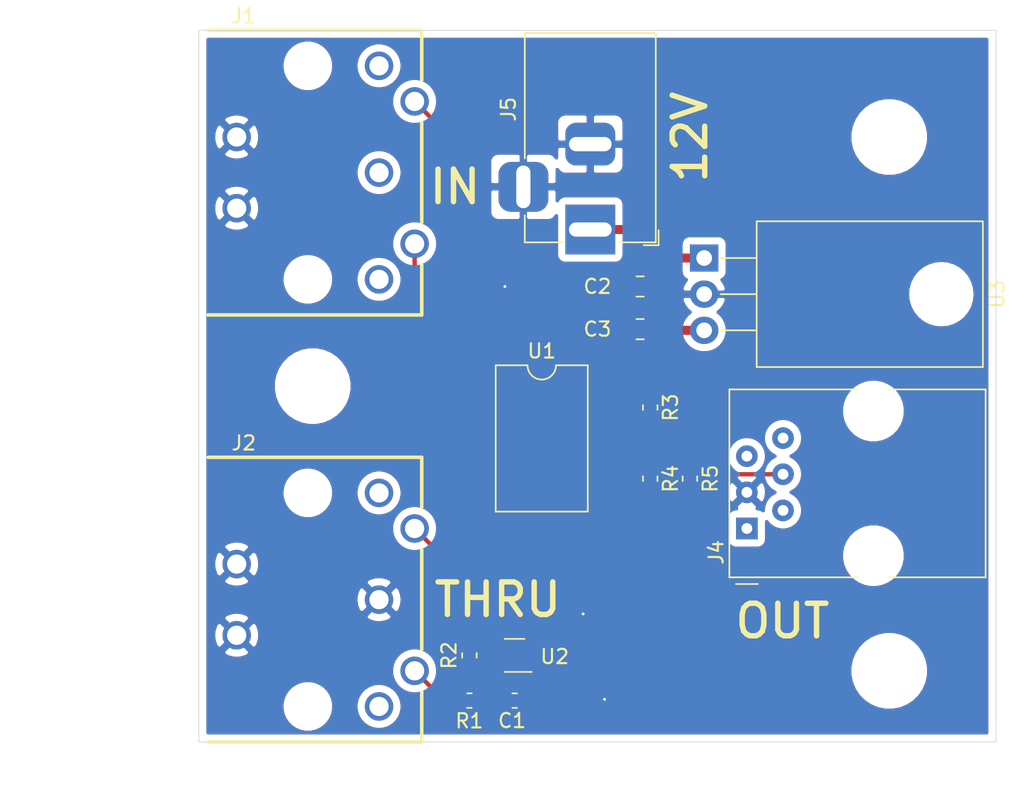
<source format=kicad_pcb>
(kicad_pcb (version 20171130) (host pcbnew "(5.1.2)-2")

  (general
    (thickness 1.6)
    (drawings 10)
    (tracks 64)
    (zones 0)
    (modules 18)
    (nets 12)
  )

  (page A4)
  (layers
    (0 F.Cu signal)
    (31 B.Cu signal)
    (32 B.Adhes user)
    (33 F.Adhes user)
    (34 B.Paste user)
    (35 F.Paste user)
    (36 B.SilkS user)
    (37 F.SilkS user)
    (38 B.Mask user)
    (39 F.Mask user)
    (40 Dwgs.User user)
    (41 Cmts.User user)
    (42 Eco1.User user)
    (43 Eco2.User user)
    (44 Edge.Cuts user)
    (45 Margin user)
    (46 B.CrtYd user)
    (47 F.CrtYd user)
    (48 B.Fab user)
    (49 F.Fab user)
  )

  (setup
    (last_trace_width 0.3048)
    (user_trace_width 0.2032)
    (user_trace_width 0.254)
    (user_trace_width 0.3048)
    (user_trace_width 0.635)
    (user_trace_width 1.27)
    (user_trace_width 2.54)
    (trace_clearance 0.2)
    (zone_clearance 0.508)
    (zone_45_only no)
    (trace_min 0.2032)
    (via_size 0.8)
    (via_drill 0.4)
    (via_min_size 0.45)
    (via_min_drill 0.2)
    (user_via 0.45 0.2)
    (user_via 0.9 0.45)
    (uvia_size 0.3)
    (uvia_drill 0.1)
    (uvias_allowed no)
    (uvia_min_size 0.2)
    (uvia_min_drill 0.1)
    (edge_width 0.05)
    (segment_width 0.2)
    (pcb_text_width 0.3)
    (pcb_text_size 1.5 1.5)
    (mod_edge_width 0.12)
    (mod_text_size 1 1)
    (mod_text_width 0.15)
    (pad_size 1.524 1.524)
    (pad_drill 0.762)
    (pad_to_mask_clearance 0.051)
    (solder_mask_min_width 0.25)
    (aux_axis_origin 0 0)
    (visible_elements 7FFFFFFF)
    (pcbplotparams
      (layerselection 0x010fc_ffffffff)
      (usegerberextensions false)
      (usegerberattributes false)
      (usegerberadvancedattributes false)
      (creategerberjobfile false)
      (excludeedgelayer true)
      (linewidth 0.100000)
      (plotframeref false)
      (viasonmask false)
      (mode 1)
      (useauxorigin false)
      (hpglpennumber 1)
      (hpglpenspeed 20)
      (hpglpendiameter 15.000000)
      (psnegative false)
      (psa4output false)
      (plotreference true)
      (plotvalue true)
      (plotinvisibletext false)
      (padsonsilk false)
      (subtractmaskfromsilk false)
      (outputformat 1)
      (mirror false)
      (drillshape 1)
      (scaleselection 1)
      (outputdirectory ""))
  )

  (net 0 "")
  (net 1 +5V)
  (net 2 GND)
  (net 3 +12V)
  (net 4 "Net-(J1-Pad5)")
  (net 5 "Net-(J1-Pad4)")
  (net 6 "Net-(J2-Pad4)")
  (net 7 "Net-(J2-Pad5)")
  (net 8 "Net-(J4-Pad4)")
  (net 9 "Net-(R2-Pad1)")
  (net 10 /MIDI_UART)
  (net 11 "Net-(U2-Pad3)")

  (net_class Default "This is the default net class."
    (clearance 0.2)
    (trace_width 0.25)
    (via_dia 0.8)
    (via_drill 0.4)
    (uvia_dia 0.3)
    (uvia_drill 0.1)
    (diff_pair_width 0.2032)
    (diff_pair_gap 0.25)
    (add_net +12V)
    (add_net +5V)
    (add_net /MIDI_UART)
    (add_net GND)
    (add_net "Net-(J1-Pad4)")
    (add_net "Net-(J1-Pad5)")
    (add_net "Net-(J2-Pad4)")
    (add_net "Net-(J2-Pad5)")
    (add_net "Net-(J4-Pad4)")
    (add_net "Net-(R2-Pad1)")
    (add_net "Net-(U2-Pad3)")
  )

  (module MountingHole:MountingHole_4.3mm_M4 (layer F.Cu) (tedit 56D1B4CB) (tstamp 5D4474D6)
    (at 69 63)
    (descr "Mounting Hole 4.3mm, no annular, M4")
    (tags "mounting hole 4.3mm no annular m4")
    (attr virtual)
    (fp_text reference REF** (at 0 -5.3) (layer F.SilkS) hide
      (effects (font (size 1 1) (thickness 0.15)))
    )
    (fp_text value MountingHole_4.3mm_M4 (at 0 5.3) (layer F.Fab)
      (effects (font (size 1 1) (thickness 0.15)))
    )
    (fp_text user %R (at 0.3 0) (layer F.Fab)
      (effects (font (size 1 1) (thickness 0.15)))
    )
    (fp_circle (center 0 0) (end 4.3 0) (layer Cmts.User) (width 0.15))
    (fp_circle (center 0 0) (end 4.55 0) (layer F.CrtYd) (width 0.05))
    (pad 1 np_thru_hole circle (at 0 0) (size 4.3 4.3) (drill 4.3) (layers *.Cu *.Mask))
  )

  (module MountingHole:MountingHole_4.3mm_M4 (layer F.Cu) (tedit 56D1B4CB) (tstamp 5D44700D)
    (at 109.5 83)
    (descr "Mounting Hole 4.3mm, no annular, M4")
    (tags "mounting hole 4.3mm no annular m4")
    (attr virtual)
    (fp_text reference REF** (at 0 -5.3) (layer F.SilkS) hide
      (effects (font (size 1 1) (thickness 0.15)))
    )
    (fp_text value MountingHole_4.3mm_M4 (at 0 5.3) (layer F.Fab)
      (effects (font (size 1 1) (thickness 0.15)))
    )
    (fp_text user %R (at 0.3 0) (layer F.Fab)
      (effects (font (size 1 1) (thickness 0.15)))
    )
    (fp_circle (center 0 0) (end 4.3 0) (layer Cmts.User) (width 0.15))
    (fp_circle (center 0 0) (end 4.55 0) (layer F.CrtYd) (width 0.05))
    (pad 1 np_thru_hole circle (at 0 0) (size 4.3 4.3) (drill 4.3) (layers *.Cu *.Mask))
  )

  (module MountingHole:MountingHole_4.3mm_M4 (layer F.Cu) (tedit 56D1B4CB) (tstamp 5D44759A)
    (at 109.5 45.5)
    (descr "Mounting Hole 4.3mm, no annular, M4")
    (tags "mounting hole 4.3mm no annular m4")
    (attr virtual)
    (fp_text reference REF** (at 0 -5.3) (layer F.SilkS) hide
      (effects (font (size 1 1) (thickness 0.15)))
    )
    (fp_text value MountingHole_4.3mm_M4 (at 0 5.3) (layer F.Fab)
      (effects (font (size 1 1) (thickness 0.15)))
    )
    (fp_circle (center 0 0) (end 4.55 0) (layer F.CrtYd) (width 0.05))
    (fp_circle (center 0 0) (end 4.3 0) (layer Cmts.User) (width 0.15))
    (fp_text user %R (at 0.3 0) (layer F.Fab)
      (effects (font (size 1 1) (thickness 0.15)))
    )
    (pad 1 np_thru_hole circle (at 0 0) (size 4.3 4.3) (drill 4.3) (layers *.Cu *.Mask))
  )

  (module Capacitor_SMD:C_0603_1608Metric (layer F.Cu) (tedit 5B301BBE) (tstamp 5D444DD2)
    (at 83.185 85.09)
    (descr "Capacitor SMD 0603 (1608 Metric), square (rectangular) end terminal, IPC_7351 nominal, (Body size source: http://www.tortai-tech.com/upload/download/2011102023233369053.pdf), generated with kicad-footprint-generator")
    (tags capacitor)
    (path /5D512BB0)
    (attr smd)
    (fp_text reference C1 (at -0.185 1.41) (layer F.SilkS)
      (effects (font (size 1 1) (thickness 0.15)))
    )
    (fp_text value 1u (at 0 1.43) (layer F.Fab)
      (effects (font (size 1 1) (thickness 0.15)))
    )
    (fp_line (start -0.8 0.4) (end -0.8 -0.4) (layer F.Fab) (width 0.1))
    (fp_line (start -0.8 -0.4) (end 0.8 -0.4) (layer F.Fab) (width 0.1))
    (fp_line (start 0.8 -0.4) (end 0.8 0.4) (layer F.Fab) (width 0.1))
    (fp_line (start 0.8 0.4) (end -0.8 0.4) (layer F.Fab) (width 0.1))
    (fp_line (start -0.162779 -0.51) (end 0.162779 -0.51) (layer F.SilkS) (width 0.12))
    (fp_line (start -0.162779 0.51) (end 0.162779 0.51) (layer F.SilkS) (width 0.12))
    (fp_line (start -1.48 0.73) (end -1.48 -0.73) (layer F.CrtYd) (width 0.05))
    (fp_line (start -1.48 -0.73) (end 1.48 -0.73) (layer F.CrtYd) (width 0.05))
    (fp_line (start 1.48 -0.73) (end 1.48 0.73) (layer F.CrtYd) (width 0.05))
    (fp_line (start 1.48 0.73) (end -1.48 0.73) (layer F.CrtYd) (width 0.05))
    (fp_text user %R (at 0 0) (layer F.Fab)
      (effects (font (size 0.4 0.4) (thickness 0.06)))
    )
    (pad 1 smd roundrect (at -0.7875 0) (size 0.875 0.95) (layers F.Cu F.Paste F.Mask) (roundrect_rratio 0.25)
      (net 1 +5V))
    (pad 2 smd roundrect (at 0.7875 0) (size 0.875 0.95) (layers F.Cu F.Paste F.Mask) (roundrect_rratio 0.25)
      (net 2 GND))
    (model ${KISYS3DMOD}/Capacitor_SMD.3dshapes/C_0603_1608Metric.wrl
      (at (xyz 0 0 0))
      (scale (xyz 1 1 1))
      (rotate (xyz 0 0 0))
    )
  )

  (module Capacitor_SMD:C_0805_2012Metric (layer F.Cu) (tedit 5B36C52B) (tstamp 5D444063)
    (at 92 56 180)
    (descr "Capacitor SMD 0805 (2012 Metric), square (rectangular) end terminal, IPC_7351 nominal, (Body size source: https://docs.google.com/spreadsheets/d/1BsfQQcO9C6DZCsRaXUlFlo91Tg2WpOkGARC1WS5S8t0/edit?usp=sharing), generated with kicad-footprint-generator")
    (tags capacitor)
    (path /5D4992FC)
    (attr smd)
    (fp_text reference C2 (at 3 0) (layer F.SilkS)
      (effects (font (size 1 1) (thickness 0.15)))
    )
    (fp_text value 10u (at 0 1.65) (layer F.Fab)
      (effects (font (size 1 1) (thickness 0.15)))
    )
    (fp_line (start -1 0.6) (end -1 -0.6) (layer F.Fab) (width 0.1))
    (fp_line (start -1 -0.6) (end 1 -0.6) (layer F.Fab) (width 0.1))
    (fp_line (start 1 -0.6) (end 1 0.6) (layer F.Fab) (width 0.1))
    (fp_line (start 1 0.6) (end -1 0.6) (layer F.Fab) (width 0.1))
    (fp_line (start -0.258578 -0.71) (end 0.258578 -0.71) (layer F.SilkS) (width 0.12))
    (fp_line (start -0.258578 0.71) (end 0.258578 0.71) (layer F.SilkS) (width 0.12))
    (fp_line (start -1.68 0.95) (end -1.68 -0.95) (layer F.CrtYd) (width 0.05))
    (fp_line (start -1.68 -0.95) (end 1.68 -0.95) (layer F.CrtYd) (width 0.05))
    (fp_line (start 1.68 -0.95) (end 1.68 0.95) (layer F.CrtYd) (width 0.05))
    (fp_line (start 1.68 0.95) (end -1.68 0.95) (layer F.CrtYd) (width 0.05))
    (fp_text user %R (at 0 0) (layer F.Fab)
      (effects (font (size 0.5 0.5) (thickness 0.08)))
    )
    (pad 1 smd roundrect (at -0.9375 0 180) (size 0.975 1.4) (layers F.Cu F.Paste F.Mask) (roundrect_rratio 0.25)
      (net 3 +12V))
    (pad 2 smd roundrect (at 0.9375 0 180) (size 0.975 1.4) (layers F.Cu F.Paste F.Mask) (roundrect_rratio 0.25)
      (net 2 GND))
    (model ${KISYS3DMOD}/Capacitor_SMD.3dshapes/C_0805_2012Metric.wrl
      (at (xyz 0 0 0))
      (scale (xyz 1 1 1))
      (rotate (xyz 0 0 0))
    )
  )

  (module Capacitor_SMD:C_0805_2012Metric (layer F.Cu) (tedit 5B36C52B) (tstamp 5D444074)
    (at 92 59 180)
    (descr "Capacitor SMD 0805 (2012 Metric), square (rectangular) end terminal, IPC_7351 nominal, (Body size source: https://docs.google.com/spreadsheets/d/1BsfQQcO9C6DZCsRaXUlFlo91Tg2WpOkGARC1WS5S8t0/edit?usp=sharing), generated with kicad-footprint-generator")
    (tags capacitor)
    (path /5D49CFF7)
    (attr smd)
    (fp_text reference C3 (at 3 0) (layer F.SilkS)
      (effects (font (size 1 1) (thickness 0.15)))
    )
    (fp_text value 10u (at 0 1.65) (layer F.Fab)
      (effects (font (size 1 1) (thickness 0.15)))
    )
    (fp_text user %R (at 0 0) (layer F.Fab)
      (effects (font (size 0.5 0.5) (thickness 0.08)))
    )
    (fp_line (start 1.68 0.95) (end -1.68 0.95) (layer F.CrtYd) (width 0.05))
    (fp_line (start 1.68 -0.95) (end 1.68 0.95) (layer F.CrtYd) (width 0.05))
    (fp_line (start -1.68 -0.95) (end 1.68 -0.95) (layer F.CrtYd) (width 0.05))
    (fp_line (start -1.68 0.95) (end -1.68 -0.95) (layer F.CrtYd) (width 0.05))
    (fp_line (start -0.258578 0.71) (end 0.258578 0.71) (layer F.SilkS) (width 0.12))
    (fp_line (start -0.258578 -0.71) (end 0.258578 -0.71) (layer F.SilkS) (width 0.12))
    (fp_line (start 1 0.6) (end -1 0.6) (layer F.Fab) (width 0.1))
    (fp_line (start 1 -0.6) (end 1 0.6) (layer F.Fab) (width 0.1))
    (fp_line (start -1 -0.6) (end 1 -0.6) (layer F.Fab) (width 0.1))
    (fp_line (start -1 0.6) (end -1 -0.6) (layer F.Fab) (width 0.1))
    (pad 2 smd roundrect (at 0.9375 0 180) (size 0.975 1.4) (layers F.Cu F.Paste F.Mask) (roundrect_rratio 0.25)
      (net 2 GND))
    (pad 1 smd roundrect (at -0.9375 0 180) (size 0.975 1.4) (layers F.Cu F.Paste F.Mask) (roundrect_rratio 0.25)
      (net 1 +5V))
    (model ${KISYS3DMOD}/Capacitor_SMD.3dshapes/C_0805_2012Metric.wrl
      (at (xyz 0 0 0))
      (scale (xyz 1 1 1))
      (rotate (xyz 0 0 0))
    )
  )

  (module footprints:57PC5F_5_DIN_MIDI_GENERIC (layer F.Cu) (tedit 5D43AB20) (tstamp 5D444088)
    (at 73.66 48)
    (path /5D4455CD)
    (fp_text reference J1 (at -9.5 -11) (layer F.SilkS)
      (effects (font (size 1 1) (thickness 0.15)))
    )
    (fp_text value MIDI_RX (at 0 -10.6) (layer F.Fab)
      (effects (font (size 1 1) (thickness 0.15)))
    )
    (fp_line (start -12.5 -12) (end -12.5 12) (layer Dwgs.User) (width 0.25))
    (fp_text user "PCB EDGE" (at -13.5 0 90) (layer Dwgs.User)
      (effects (font (size 1 1) (thickness 0.15)))
    )
    (fp_line (start -12 -10) (end 3 -10) (layer F.SilkS) (width 0.25))
    (fp_line (start -12 10) (end 3 10) (layer F.SilkS) (width 0.25))
    (fp_line (start 3 -10) (end 3 -6.5) (layer F.SilkS) (width 0.25))
    (fp_line (start 3 6.5) (end 3 10) (layer F.SilkS) (width 0.25))
    (fp_line (start 3 -3.5) (end 3 3.5) (layer F.SilkS) (width 0.25))
    (pad 2 thru_hole circle (at 0 0) (size 2 2) (drill 1.35) (layers *.Cu *.Mask))
    (pad 3 thru_hole circle (at 0 -7.5) (size 2 2) (drill 1.35) (layers *.Cu *.Mask))
    (pad 1 thru_hole circle (at 0 7.5) (size 2 2) (drill 1.35) (layers *.Cu *.Mask))
    (pad 5 thru_hole circle (at 2.5 -5) (size 2 2) (drill 1.35) (layers *.Cu *.Mask)
      (net 4 "Net-(J1-Pad5)"))
    (pad 4 thru_hole circle (at 2.5 5) (size 2 2) (drill 1.35) (layers *.Cu *.Mask)
      (net 5 "Net-(J1-Pad4)"))
    (pad GND thru_hole circle (at -10 -2.5) (size 2 2) (drill 1.35) (layers *.Cu *.Mask)
      (net 2 GND))
    (pad GND thru_hole circle (at -10 2.5) (size 2 2) (drill 1.35) (layers *.Cu *.Mask)
      (net 2 GND))
    (pad "" np_thru_hole circle (at -5 -7.5 90) (size 2.4 2.4) (drill 2.4) (layers *.Cu *.Mask))
    (pad "" np_thru_hole circle (at -5 7.5) (size 2.4 2.4) (drill 2.4) (layers *.Cu *.Mask))
    (model ":CUSTOM_3D_MODELS:Midi-Din5-DS-5-02A PCB Mounted.STEP"
      (offset (xyz -7.95 0 -3.7))
      (scale (xyz 1 1 1))
      (rotate (xyz -90 0 90))
    )
  )

  (module footprints:57PC5F_5_DIN_MIDI_GENERIC (layer F.Cu) (tedit 5D43AB20) (tstamp 5D447407)
    (at 73.66 78)
    (path /5D44740C)
    (fp_text reference J2 (at -9.5 -11) (layer F.SilkS)
      (effects (font (size 1 1) (thickness 0.15)))
    )
    (fp_text value MIDI_PASSTHROUGH (at 0 -10.6) (layer F.Fab)
      (effects (font (size 1 1) (thickness 0.15)))
    )
    (fp_line (start 3 -3.5) (end 3 3.5) (layer F.SilkS) (width 0.25))
    (fp_line (start 3 6.5) (end 3 10) (layer F.SilkS) (width 0.25))
    (fp_line (start 3 -10) (end 3 -6.5) (layer F.SilkS) (width 0.25))
    (fp_line (start -12 10) (end 3 10) (layer F.SilkS) (width 0.25))
    (fp_line (start -12 -10) (end 3 -10) (layer F.SilkS) (width 0.25))
    (fp_text user "PCB EDGE" (at -13.5 0 90) (layer Dwgs.User)
      (effects (font (size 1 1) (thickness 0.15)))
    )
    (fp_line (start -12.5 -12) (end -12.5 12) (layer Dwgs.User) (width 0.25))
    (pad "" np_thru_hole circle (at -5 7.5) (size 2.4 2.4) (drill 2.4) (layers *.Cu *.Mask))
    (pad "" np_thru_hole circle (at -5 -7.5 90) (size 2.4 2.4) (drill 2.4) (layers *.Cu *.Mask))
    (pad GND thru_hole circle (at -10 2.5) (size 2 2) (drill 1.35) (layers *.Cu *.Mask)
      (net 2 GND))
    (pad GND thru_hole circle (at -10 -2.5) (size 2 2) (drill 1.35) (layers *.Cu *.Mask)
      (net 2 GND))
    (pad 4 thru_hole circle (at 2.5 5) (size 2 2) (drill 1.35) (layers *.Cu *.Mask)
      (net 6 "Net-(J2-Pad4)"))
    (pad 5 thru_hole circle (at 2.5 -5) (size 2 2) (drill 1.35) (layers *.Cu *.Mask)
      (net 7 "Net-(J2-Pad5)"))
    (pad 1 thru_hole circle (at 0 7.5) (size 2 2) (drill 1.35) (layers *.Cu *.Mask))
    (pad 3 thru_hole circle (at 0 -7.5) (size 2 2) (drill 1.35) (layers *.Cu *.Mask))
    (pad 2 thru_hole circle (at 0 0) (size 2 2) (drill 1.35) (layers *.Cu *.Mask)
      (net 2 GND))
    (model ":CUSTOM_3D_MODELS:Midi-Din5-DS-5-02A PCB Mounted.STEP"
      (offset (xyz -7.95 0 -3.7))
      (scale (xyz 1 1 1))
      (rotate (xyz -90 0 90))
    )
  )

  (module footprints:RJ12_Amphenol_54601 (layer F.Cu) (tedit 5CEC50ED) (tstamp 5D4440FA)
    (at 99.5 73 90)
    (descr "RJ12 connector  https://cdn.amphenol-icc.com/media/wysiwyg/files/drawing/c-bmj-0082.pdf")
    (tags "RJ12 connector")
    (path /5D48468E)
    (fp_text reference J4 (at -1.67 -2.16 -90) (layer F.SilkS)
      (effects (font (size 1 1) (thickness 0.15)))
    )
    (fp_text value 6P6C (at 3.54 18.3 -90) (layer F.Fab)
      (effects (font (size 1 1) (thickness 0.15)))
    )
    (fp_line (start -3.43 -0.48) (end -3.43 -1.23) (layer F.Fab) (width 0.1))
    (fp_line (start -2.93 0.02) (end -3.43 -0.48) (layer F.Fab) (width 0.1))
    (fp_line (start -3.43 0.52) (end -2.93 0.02) (layer F.Fab) (width 0.1))
    (fp_line (start -3.9 0.77) (end -3.9 -0.76) (layer F.SilkS) (width 0.12))
    (fp_line (start -3.43 7.79) (end -3.43 -1.23) (layer F.SilkS) (width 0.12))
    (fp_line (start -3.43 7.72) (end -3.43 7.79) (layer F.SilkS) (width 0.1))
    (fp_line (start -3.43 16.77) (end -3.43 9.99) (layer F.SilkS) (width 0.12))
    (fp_line (start 9.77 16.77) (end -3.43 16.77) (layer F.SilkS) (width 0.12))
    (fp_line (start 9.77 16.76) (end 9.77 16.77) (layer F.SilkS) (width 0.1))
    (fp_line (start 9.77 16.77) (end 9.77 9.99) (layer F.SilkS) (width 0.12))
    (fp_line (start 9.77 16.65) (end 9.77 16.77) (layer F.SilkS) (width 0.1))
    (fp_line (start 9.77 -1.23) (end 9.77 7.79) (layer F.SilkS) (width 0.12))
    (fp_line (start -3.43 -1.23) (end 9.77 -1.23) (layer F.SilkS) (width 0.12))
    (fp_line (start -4.04 17.27) (end -4.04 -1.73) (layer F.CrtYd) (width 0.05))
    (fp_line (start 10.38 17.27) (end -4.04 17.27) (layer F.CrtYd) (width 0.05))
    (fp_line (start 10.38 -1.73) (end 10.38 17.27) (layer F.CrtYd) (width 0.05))
    (fp_line (start -4.04 -1.73) (end 10.38 -1.73) (layer F.CrtYd) (width 0.05))
    (fp_line (start 9.77 16.77) (end -3.43 16.77) (layer F.Fab) (width 0.1))
    (fp_line (start 9.77 -1.23) (end 9.77 16.77) (layer F.Fab) (width 0.1))
    (fp_line (start -3.43 -1.23) (end 9.77 -1.23) (layer F.Fab) (width 0.1))
    (fp_line (start -3.43 16.77) (end -3.43 0.52) (layer F.Fab) (width 0.1))
    (fp_text user %R (at 3.16 7.76 -90) (layer F.Fab)
      (effects (font (size 1 1) (thickness 0.15)))
    )
    (pad "" np_thru_hole circle (at 8.25 8.89 90) (size 3.25 3.25) (drill 3.25) (layers *.Cu *.Mask))
    (pad 6 thru_hole circle (at 6.35 2.54 90) (size 1.52 1.52) (drill 0.76) (layers *.Cu *.Mask))
    (pad 5 thru_hole circle (at 5.08 0 90) (size 1.52 1.52) (drill 0.76) (layers *.Cu *.Mask))
    (pad 4 thru_hole circle (at 3.81 2.54 90) (size 1.52 1.52) (drill 0.76) (layers *.Cu *.Mask)
      (net 8 "Net-(J4-Pad4)"))
    (pad 3 thru_hole circle (at 2.54 0 90) (size 1.52 1.52) (drill 0.76) (layers *.Cu *.Mask)
      (net 2 GND))
    (pad 2 thru_hole circle (at 1.27 2.54 90) (size 1.52 1.52) (drill 0.76) (layers *.Cu *.Mask))
    (pad "" np_thru_hole circle (at -1.91 8.89 90) (size 3.25 3.25) (drill 3.25) (layers *.Cu *.Mask))
    (pad 1 thru_hole rect (at 0 0 90) (size 1.52 1.52) (drill 0.76) (layers *.Cu *.Mask))
    (model ${KISYS3DMOD}/Connector_RJ.3dshapes/RJ12_Amphenol_54601.wrl
      (at (xyz 0 0 0))
      (scale (xyz 1 1 1))
      (rotate (xyz 0 0 0))
    )
    (model :CUSTOM_3D_MODELS:54601-906WPLFc.stp
      (offset (xyz 3.25 -16.8 0.1))
      (scale (xyz 1 1 1))
      (rotate (xyz -90 0 0))
    )
  )

  (module Connector_BarrelJack:BarrelJack_Horizontal (layer F.Cu) (tedit 5A1DBF6A) (tstamp 5D44411D)
    (at 88.5 52 270)
    (descr "DC Barrel Jack")
    (tags "Power Jack")
    (path /5D4A6DC9)
    (fp_text reference J5 (at -8.45 5.75 90) (layer F.SilkS)
      (effects (font (size 1 1) (thickness 0.15)))
    )
    (fp_text value BARREL_JACK_12V (at -6.2 -5.5 90) (layer F.Fab)
      (effects (font (size 1 1) (thickness 0.15)))
    )
    (fp_text user %R (at -3 -2.95 90) (layer F.Fab)
      (effects (font (size 1 1) (thickness 0.15)))
    )
    (fp_line (start -0.003213 -4.505425) (end 0.8 -3.75) (layer F.Fab) (width 0.1))
    (fp_line (start 1.1 -3.75) (end 1.1 -4.8) (layer F.SilkS) (width 0.12))
    (fp_line (start 0.05 -4.8) (end 1.1 -4.8) (layer F.SilkS) (width 0.12))
    (fp_line (start 1 -4.5) (end 1 -4.75) (layer F.CrtYd) (width 0.05))
    (fp_line (start 1 -4.75) (end -14 -4.75) (layer F.CrtYd) (width 0.05))
    (fp_line (start 1 -4.5) (end 1 -2) (layer F.CrtYd) (width 0.05))
    (fp_line (start 1 -2) (end 2 -2) (layer F.CrtYd) (width 0.05))
    (fp_line (start 2 -2) (end 2 2) (layer F.CrtYd) (width 0.05))
    (fp_line (start 2 2) (end 1 2) (layer F.CrtYd) (width 0.05))
    (fp_line (start 1 2) (end 1 4.75) (layer F.CrtYd) (width 0.05))
    (fp_line (start 1 4.75) (end -1 4.75) (layer F.CrtYd) (width 0.05))
    (fp_line (start -1 4.75) (end -1 6.75) (layer F.CrtYd) (width 0.05))
    (fp_line (start -1 6.75) (end -5 6.75) (layer F.CrtYd) (width 0.05))
    (fp_line (start -5 6.75) (end -5 4.75) (layer F.CrtYd) (width 0.05))
    (fp_line (start -5 4.75) (end -14 4.75) (layer F.CrtYd) (width 0.05))
    (fp_line (start -14 4.75) (end -14 -4.75) (layer F.CrtYd) (width 0.05))
    (fp_line (start -5 4.6) (end -13.8 4.6) (layer F.SilkS) (width 0.12))
    (fp_line (start -13.8 4.6) (end -13.8 -4.6) (layer F.SilkS) (width 0.12))
    (fp_line (start 0.9 1.9) (end 0.9 4.6) (layer F.SilkS) (width 0.12))
    (fp_line (start 0.9 4.6) (end -1 4.6) (layer F.SilkS) (width 0.12))
    (fp_line (start -13.8 -4.6) (end 0.9 -4.6) (layer F.SilkS) (width 0.12))
    (fp_line (start 0.9 -4.6) (end 0.9 -2) (layer F.SilkS) (width 0.12))
    (fp_line (start -10.2 -4.5) (end -10.2 4.5) (layer F.Fab) (width 0.1))
    (fp_line (start -13.7 -4.5) (end -13.7 4.5) (layer F.Fab) (width 0.1))
    (fp_line (start -13.7 4.5) (end 0.8 4.5) (layer F.Fab) (width 0.1))
    (fp_line (start 0.8 4.5) (end 0.8 -3.75) (layer F.Fab) (width 0.1))
    (fp_line (start 0 -4.5) (end -13.7 -4.5) (layer F.Fab) (width 0.1))
    (pad 1 thru_hole rect (at 0 0 270) (size 3.5 3.5) (drill oval 1 3) (layers *.Cu *.Mask)
      (net 3 +12V))
    (pad 2 thru_hole roundrect (at -6 0 270) (size 3 3.5) (drill oval 1 3) (layers *.Cu *.Mask) (roundrect_rratio 0.25)
      (net 2 GND))
    (pad 3 thru_hole roundrect (at -3 4.7 270) (size 3.5 3.5) (drill oval 3 1) (layers *.Cu *.Mask) (roundrect_rratio 0.25)
      (net 2 GND))
    (model ${KISYS3DMOD}/Connector_BarrelJack.3dshapes/BarrelJack_Horizontal.wrl
      (at (xyz 0 0 0))
      (scale (xyz 1 1 1))
      (rotate (xyz 0 0 0))
    )
  )

  (module Resistor_SMD:R_0603_1608Metric (layer F.Cu) (tedit 5B301BBD) (tstamp 5D44412E)
    (at 80.01 85.09 180)
    (descr "Resistor SMD 0603 (1608 Metric), square (rectangular) end terminal, IPC_7351 nominal, (Body size source: http://www.tortai-tech.com/upload/download/2011102023233369053.pdf), generated with kicad-footprint-generator")
    (tags resistor)
    (path /5D4694A3)
    (attr smd)
    (fp_text reference R1 (at 0.01 -1.43) (layer F.SilkS)
      (effects (font (size 1 1) (thickness 0.15)))
    )
    (fp_text value 220 (at 0 1.43) (layer F.Fab)
      (effects (font (size 1 1) (thickness 0.15)))
    )
    (fp_line (start -0.8 0.4) (end -0.8 -0.4) (layer F.Fab) (width 0.1))
    (fp_line (start -0.8 -0.4) (end 0.8 -0.4) (layer F.Fab) (width 0.1))
    (fp_line (start 0.8 -0.4) (end 0.8 0.4) (layer F.Fab) (width 0.1))
    (fp_line (start 0.8 0.4) (end -0.8 0.4) (layer F.Fab) (width 0.1))
    (fp_line (start -0.162779 -0.51) (end 0.162779 -0.51) (layer F.SilkS) (width 0.12))
    (fp_line (start -0.162779 0.51) (end 0.162779 0.51) (layer F.SilkS) (width 0.12))
    (fp_line (start -1.48 0.73) (end -1.48 -0.73) (layer F.CrtYd) (width 0.05))
    (fp_line (start -1.48 -0.73) (end 1.48 -0.73) (layer F.CrtYd) (width 0.05))
    (fp_line (start 1.48 -0.73) (end 1.48 0.73) (layer F.CrtYd) (width 0.05))
    (fp_line (start 1.48 0.73) (end -1.48 0.73) (layer F.CrtYd) (width 0.05))
    (fp_text user %R (at 0 0) (layer F.Fab)
      (effects (font (size 0.4 0.4) (thickness 0.06)))
    )
    (pad 1 smd roundrect (at -0.7875 0 180) (size 0.875 0.95) (layers F.Cu F.Paste F.Mask) (roundrect_rratio 0.25)
      (net 1 +5V))
    (pad 2 smd roundrect (at 0.7875 0 180) (size 0.875 0.95) (layers F.Cu F.Paste F.Mask) (roundrect_rratio 0.25)
      (net 6 "Net-(J2-Pad4)"))
    (model ${KISYS3DMOD}/Resistor_SMD.3dshapes/R_0603_1608Metric.wrl
      (at (xyz 0 0 0))
      (scale (xyz 1 1 1))
      (rotate (xyz 0 0 0))
    )
  )

  (module Resistor_SMD:R_0603_1608Metric (layer F.Cu) (tedit 5B301BBD) (tstamp 5D44413F)
    (at 80.01 81.915 90)
    (descr "Resistor SMD 0603 (1608 Metric), square (rectangular) end terminal, IPC_7351 nominal, (Body size source: http://www.tortai-tech.com/upload/download/2011102023233369053.pdf), generated with kicad-footprint-generator")
    (tags resistor)
    (path /5D46F975)
    (attr smd)
    (fp_text reference R2 (at 0 -1.43 90) (layer F.SilkS)
      (effects (font (size 1 1) (thickness 0.15)))
    )
    (fp_text value 220 (at 0 1.43 90) (layer F.Fab)
      (effects (font (size 1 1) (thickness 0.15)))
    )
    (fp_text user %R (at 0 0 90) (layer F.Fab)
      (effects (font (size 0.4 0.4) (thickness 0.06)))
    )
    (fp_line (start 1.48 0.73) (end -1.48 0.73) (layer F.CrtYd) (width 0.05))
    (fp_line (start 1.48 -0.73) (end 1.48 0.73) (layer F.CrtYd) (width 0.05))
    (fp_line (start -1.48 -0.73) (end 1.48 -0.73) (layer F.CrtYd) (width 0.05))
    (fp_line (start -1.48 0.73) (end -1.48 -0.73) (layer F.CrtYd) (width 0.05))
    (fp_line (start -0.162779 0.51) (end 0.162779 0.51) (layer F.SilkS) (width 0.12))
    (fp_line (start -0.162779 -0.51) (end 0.162779 -0.51) (layer F.SilkS) (width 0.12))
    (fp_line (start 0.8 0.4) (end -0.8 0.4) (layer F.Fab) (width 0.1))
    (fp_line (start 0.8 -0.4) (end 0.8 0.4) (layer F.Fab) (width 0.1))
    (fp_line (start -0.8 -0.4) (end 0.8 -0.4) (layer F.Fab) (width 0.1))
    (fp_line (start -0.8 0.4) (end -0.8 -0.4) (layer F.Fab) (width 0.1))
    (pad 2 smd roundrect (at 0.7875 0 90) (size 0.875 0.95) (layers F.Cu F.Paste F.Mask) (roundrect_rratio 0.25)
      (net 7 "Net-(J2-Pad5)"))
    (pad 1 smd roundrect (at -0.7875 0 90) (size 0.875 0.95) (layers F.Cu F.Paste F.Mask) (roundrect_rratio 0.25)
      (net 9 "Net-(R2-Pad1)"))
    (model ${KISYS3DMOD}/Resistor_SMD.3dshapes/R_0603_1608Metric.wrl
      (at (xyz 0 0 0))
      (scale (xyz 1 1 1))
      (rotate (xyz 0 0 0))
    )
  )

  (module Resistor_SMD:R_0603_1608Metric (layer F.Cu) (tedit 5B301BBD) (tstamp 5D444150)
    (at 92.71 64.5 270)
    (descr "Resistor SMD 0603 (1608 Metric), square (rectangular) end terminal, IPC_7351 nominal, (Body size source: http://www.tortai-tech.com/upload/download/2011102023233369053.pdf), generated with kicad-footprint-generator")
    (tags resistor)
    (path /5D4588B8)
    (attr smd)
    (fp_text reference R3 (at 0 -1.43 90) (layer F.SilkS)
      (effects (font (size 1 1) (thickness 0.15)))
    )
    (fp_text value 470 (at 0 1.43 90) (layer F.Fab)
      (effects (font (size 1 1) (thickness 0.15)))
    )
    (fp_line (start -0.8 0.4) (end -0.8 -0.4) (layer F.Fab) (width 0.1))
    (fp_line (start -0.8 -0.4) (end 0.8 -0.4) (layer F.Fab) (width 0.1))
    (fp_line (start 0.8 -0.4) (end 0.8 0.4) (layer F.Fab) (width 0.1))
    (fp_line (start 0.8 0.4) (end -0.8 0.4) (layer F.Fab) (width 0.1))
    (fp_line (start -0.162779 -0.51) (end 0.162779 -0.51) (layer F.SilkS) (width 0.12))
    (fp_line (start -0.162779 0.51) (end 0.162779 0.51) (layer F.SilkS) (width 0.12))
    (fp_line (start -1.48 0.73) (end -1.48 -0.73) (layer F.CrtYd) (width 0.05))
    (fp_line (start -1.48 -0.73) (end 1.48 -0.73) (layer F.CrtYd) (width 0.05))
    (fp_line (start 1.48 -0.73) (end 1.48 0.73) (layer F.CrtYd) (width 0.05))
    (fp_line (start 1.48 0.73) (end -1.48 0.73) (layer F.CrtYd) (width 0.05))
    (fp_text user %R (at 0 0 90) (layer F.Fab)
      (effects (font (size 0.4 0.4) (thickness 0.06)))
    )
    (pad 1 smd roundrect (at -0.7875 0 270) (size 0.875 0.95) (layers F.Cu F.Paste F.Mask) (roundrect_rratio 0.25)
      (net 1 +5V))
    (pad 2 smd roundrect (at 0.7875 0 270) (size 0.875 0.95) (layers F.Cu F.Paste F.Mask) (roundrect_rratio 0.25)
      (net 10 /MIDI_UART))
    (model ${KISYS3DMOD}/Resistor_SMD.3dshapes/R_0603_1608Metric.wrl
      (at (xyz 0 0 0))
      (scale (xyz 1 1 1))
      (rotate (xyz 0 0 0))
    )
  )

  (module Resistor_SMD:R_0603_1608Metric (layer F.Cu) (tedit 5B301BBD) (tstamp 5D444161)
    (at 92.71 69.5 270)
    (descr "Resistor SMD 0603 (1608 Metric), square (rectangular) end terminal, IPC_7351 nominal, (Body size source: http://www.tortai-tech.com/upload/download/2011102023233369053.pdf), generated with kicad-footprint-generator")
    (tags resistor)
    (path /5D4598EA)
    (attr smd)
    (fp_text reference R4 (at 0 -1.43 90) (layer F.SilkS)
      (effects (font (size 1 1) (thickness 0.15)))
    )
    (fp_text value 1k (at 0 1.43 90) (layer F.Fab)
      (effects (font (size 1 1) (thickness 0.15)))
    )
    (fp_text user %R (at 0 0 90) (layer F.Fab)
      (effects (font (size 0.4 0.4) (thickness 0.06)))
    )
    (fp_line (start 1.48 0.73) (end -1.48 0.73) (layer F.CrtYd) (width 0.05))
    (fp_line (start 1.48 -0.73) (end 1.48 0.73) (layer F.CrtYd) (width 0.05))
    (fp_line (start -1.48 -0.73) (end 1.48 -0.73) (layer F.CrtYd) (width 0.05))
    (fp_line (start -1.48 0.73) (end -1.48 -0.73) (layer F.CrtYd) (width 0.05))
    (fp_line (start -0.162779 0.51) (end 0.162779 0.51) (layer F.SilkS) (width 0.12))
    (fp_line (start -0.162779 -0.51) (end 0.162779 -0.51) (layer F.SilkS) (width 0.12))
    (fp_line (start 0.8 0.4) (end -0.8 0.4) (layer F.Fab) (width 0.1))
    (fp_line (start 0.8 -0.4) (end 0.8 0.4) (layer F.Fab) (width 0.1))
    (fp_line (start -0.8 -0.4) (end 0.8 -0.4) (layer F.Fab) (width 0.1))
    (fp_line (start -0.8 0.4) (end -0.8 -0.4) (layer F.Fab) (width 0.1))
    (pad 2 smd roundrect (at 0.7875 0 270) (size 0.875 0.95) (layers F.Cu F.Paste F.Mask) (roundrect_rratio 0.25)
      (net 2 GND))
    (pad 1 smd roundrect (at -0.7875 0 270) (size 0.875 0.95) (layers F.Cu F.Paste F.Mask) (roundrect_rratio 0.25)
      (net 10 /MIDI_UART))
    (model ${KISYS3DMOD}/Resistor_SMD.3dshapes/R_0603_1608Metric.wrl
      (at (xyz 0 0 0))
      (scale (xyz 1 1 1))
      (rotate (xyz 0 0 0))
    )
  )

  (module Resistor_SMD:R_0603_1608Metric (layer F.Cu) (tedit 5B301BBD) (tstamp 5D444172)
    (at 95.5 69.5 270)
    (descr "Resistor SMD 0603 (1608 Metric), square (rectangular) end terminal, IPC_7351 nominal, (Body size source: http://www.tortai-tech.com/upload/download/2011102023233369053.pdf), generated with kicad-footprint-generator")
    (tags resistor)
    (path /5D488034)
    (attr smd)
    (fp_text reference R5 (at 0 -1.43 90) (layer F.SilkS)
      (effects (font (size 1 1) (thickness 0.15)))
    )
    (fp_text value 330 (at 0 1.43 90) (layer F.Fab)
      (effects (font (size 1 1) (thickness 0.15)))
    )
    (fp_line (start -0.8 0.4) (end -0.8 -0.4) (layer F.Fab) (width 0.1))
    (fp_line (start -0.8 -0.4) (end 0.8 -0.4) (layer F.Fab) (width 0.1))
    (fp_line (start 0.8 -0.4) (end 0.8 0.4) (layer F.Fab) (width 0.1))
    (fp_line (start 0.8 0.4) (end -0.8 0.4) (layer F.Fab) (width 0.1))
    (fp_line (start -0.162779 -0.51) (end 0.162779 -0.51) (layer F.SilkS) (width 0.12))
    (fp_line (start -0.162779 0.51) (end 0.162779 0.51) (layer F.SilkS) (width 0.12))
    (fp_line (start -1.48 0.73) (end -1.48 -0.73) (layer F.CrtYd) (width 0.05))
    (fp_line (start -1.48 -0.73) (end 1.48 -0.73) (layer F.CrtYd) (width 0.05))
    (fp_line (start 1.48 -0.73) (end 1.48 0.73) (layer F.CrtYd) (width 0.05))
    (fp_line (start 1.48 0.73) (end -1.48 0.73) (layer F.CrtYd) (width 0.05))
    (fp_text user %R (at 0 0 90) (layer F.Fab)
      (effects (font (size 0.4 0.4) (thickness 0.06)))
    )
    (pad 1 smd roundrect (at -0.7875 0 270) (size 0.875 0.95) (layers F.Cu F.Paste F.Mask) (roundrect_rratio 0.25)
      (net 8 "Net-(J4-Pad4)"))
    (pad 2 smd roundrect (at 0.7875 0 270) (size 0.875 0.95) (layers F.Cu F.Paste F.Mask) (roundrect_rratio 0.25)
      (net 10 /MIDI_UART))
    (model ${KISYS3DMOD}/Resistor_SMD.3dshapes/R_0603_1608Metric.wrl
      (at (xyz 0 0 0))
      (scale (xyz 1 1 1))
      (rotate (xyz 0 0 0))
    )
  )

  (module Package_DIP:SMDIP-8_W9.53mm (layer F.Cu) (tedit 5A02E8C5) (tstamp 5D44418E)
    (at 85.09 66.675)
    (descr "8-lead surface-mounted (SMD) DIP package, row spacing 9.53 mm (375 mils)")
    (tags "SMD DIP DIL PDIP SMDIP 2.54mm 9.53mm 375mil")
    (path /5D43A16D)
    (attr smd)
    (fp_text reference U1 (at 0 -6.14) (layer F.SilkS)
      (effects (font (size 1 1) (thickness 0.15)))
    )
    (fp_text value 6N138 (at 0 6.14) (layer F.Fab)
      (effects (font (size 1 1) (thickness 0.15)))
    )
    (fp_arc (start 0 -5.14) (end -1 -5.14) (angle -180) (layer F.SilkS) (width 0.12))
    (fp_line (start -2.175 -5.08) (end 3.175 -5.08) (layer F.Fab) (width 0.1))
    (fp_line (start 3.175 -5.08) (end 3.175 5.08) (layer F.Fab) (width 0.1))
    (fp_line (start 3.175 5.08) (end -3.175 5.08) (layer F.Fab) (width 0.1))
    (fp_line (start -3.175 5.08) (end -3.175 -4.08) (layer F.Fab) (width 0.1))
    (fp_line (start -3.175 -4.08) (end -2.175 -5.08) (layer F.Fab) (width 0.1))
    (fp_line (start -1 -5.14) (end -3.235 -5.14) (layer F.SilkS) (width 0.12))
    (fp_line (start -3.235 -5.14) (end -3.235 5.14) (layer F.SilkS) (width 0.12))
    (fp_line (start -3.235 5.14) (end 3.235 5.14) (layer F.SilkS) (width 0.12))
    (fp_line (start 3.235 5.14) (end 3.235 -5.14) (layer F.SilkS) (width 0.12))
    (fp_line (start 3.235 -5.14) (end 1 -5.14) (layer F.SilkS) (width 0.12))
    (fp_line (start -6.05 -5.35) (end -6.05 5.35) (layer F.CrtYd) (width 0.05))
    (fp_line (start -6.05 5.35) (end 6.05 5.35) (layer F.CrtYd) (width 0.05))
    (fp_line (start 6.05 5.35) (end 6.05 -5.35) (layer F.CrtYd) (width 0.05))
    (fp_line (start 6.05 -5.35) (end -6.05 -5.35) (layer F.CrtYd) (width 0.05))
    (fp_text user %R (at 0 0) (layer F.Fab)
      (effects (font (size 1 1) (thickness 0.15)))
    )
    (pad 1 smd rect (at -4.765 -3.81) (size 2 1.78) (layers F.Cu F.Paste F.Mask))
    (pad 5 smd rect (at 4.765 3.81) (size 2 1.78) (layers F.Cu F.Paste F.Mask)
      (net 2 GND))
    (pad 2 smd rect (at -4.765 -1.27) (size 2 1.78) (layers F.Cu F.Paste F.Mask)
      (net 5 "Net-(J1-Pad4)"))
    (pad 6 smd rect (at 4.765 1.27) (size 2 1.78) (layers F.Cu F.Paste F.Mask)
      (net 10 /MIDI_UART))
    (pad 3 smd rect (at -4.765 1.27) (size 2 1.78) (layers F.Cu F.Paste F.Mask)
      (net 4 "Net-(J1-Pad5)"))
    (pad 7 smd rect (at 4.765 -1.27) (size 2 1.78) (layers F.Cu F.Paste F.Mask))
    (pad 4 smd rect (at -4.765 3.81) (size 2 1.78) (layers F.Cu F.Paste F.Mask))
    (pad 8 smd rect (at 4.765 -3.81) (size 2 1.78) (layers F.Cu F.Paste F.Mask)
      (net 1 +5V))
    (model ${KISYS3DMOD}/Package_DIP.3dshapes/SMDIP-8_W9.53mm.wrl
      (at (xyz 0 0 0))
      (scale (xyz 1 1 1))
      (rotate (xyz 0 0 0))
    )
  )

  (module Package_TO_SOT_SMD:SOT-363_SC-70-6 (layer F.Cu) (tedit 5A02FF57) (tstamp 5D4441A4)
    (at 83.185 81.915 180)
    (descr "SOT-363, SC-70-6")
    (tags "SOT-363 SC-70-6")
    (path /5D462CFC)
    (attr smd)
    (fp_text reference U2 (at -2.815 -0.085) (layer F.SilkS)
      (effects (font (size 1 1) (thickness 0.15)))
    )
    (fp_text value 74HC2G04 (at 0 2 180) (layer F.Fab)
      (effects (font (size 1 1) (thickness 0.15)))
    )
    (fp_text user %R (at 0 0 90) (layer F.Fab)
      (effects (font (size 0.5 0.5) (thickness 0.075)))
    )
    (fp_line (start 0.7 -1.16) (end -1.2 -1.16) (layer F.SilkS) (width 0.12))
    (fp_line (start -0.7 1.16) (end 0.7 1.16) (layer F.SilkS) (width 0.12))
    (fp_line (start 1.6 1.4) (end 1.6 -1.4) (layer F.CrtYd) (width 0.05))
    (fp_line (start -1.6 -1.4) (end -1.6 1.4) (layer F.CrtYd) (width 0.05))
    (fp_line (start -1.6 -1.4) (end 1.6 -1.4) (layer F.CrtYd) (width 0.05))
    (fp_line (start 0.675 -1.1) (end -0.175 -1.1) (layer F.Fab) (width 0.1))
    (fp_line (start -0.675 -0.6) (end -0.675 1.1) (layer F.Fab) (width 0.1))
    (fp_line (start -1.6 1.4) (end 1.6 1.4) (layer F.CrtYd) (width 0.05))
    (fp_line (start 0.675 -1.1) (end 0.675 1.1) (layer F.Fab) (width 0.1))
    (fp_line (start 0.675 1.1) (end -0.675 1.1) (layer F.Fab) (width 0.1))
    (fp_line (start -0.175 -1.1) (end -0.675 -0.6) (layer F.Fab) (width 0.1))
    (pad 1 smd rect (at -0.95 -0.65 180) (size 0.65 0.4) (layers F.Cu F.Paste F.Mask)
      (net 10 /MIDI_UART))
    (pad 3 smd rect (at -0.95 0.65 180) (size 0.65 0.4) (layers F.Cu F.Paste F.Mask)
      (net 11 "Net-(U2-Pad3)"))
    (pad 5 smd rect (at 0.95 0 180) (size 0.65 0.4) (layers F.Cu F.Paste F.Mask)
      (net 1 +5V))
    (pad 2 smd rect (at -0.95 0 180) (size 0.65 0.4) (layers F.Cu F.Paste F.Mask)
      (net 2 GND))
    (pad 4 smd rect (at 0.95 0.65 180) (size 0.65 0.4) (layers F.Cu F.Paste F.Mask)
      (net 9 "Net-(R2-Pad1)"))
    (pad 6 smd rect (at 0.95 -0.65 180) (size 0.65 0.4) (layers F.Cu F.Paste F.Mask)
      (net 11 "Net-(U2-Pad3)"))
    (model ${KISYS3DMOD}/Package_TO_SOT_SMD.3dshapes/SOT-363_SC-70-6.wrl
      (at (xyz 0 0 0))
      (scale (xyz 1 1 1))
      (rotate (xyz 0 0 0))
    )
  )

  (module Package_TO_SOT_THT:TO-220-3_Horizontal_TabDown (layer F.Cu) (tedit 5AC8BA0D) (tstamp 5D4441C4)
    (at 96.5 54 270)
    (descr "TO-220-3, Horizontal, RM 2.54mm, see https://www.vishay.com/docs/66542/to-220-1.pdf")
    (tags "TO-220-3 Horizontal RM 2.54mm")
    (path /5D4991E2)
    (fp_text reference U3 (at 2.54 -20.58 90) (layer F.SilkS)
      (effects (font (size 1 1) (thickness 0.15)))
    )
    (fp_text value L7805 (at 2.54 2 90) (layer F.Fab)
      (effects (font (size 1 1) (thickness 0.15)))
    )
    (fp_circle (center 2.54 -16.66) (end 4.39 -16.66) (layer F.Fab) (width 0.1))
    (fp_line (start -2.46 -13.06) (end -2.46 -19.46) (layer F.Fab) (width 0.1))
    (fp_line (start -2.46 -19.46) (end 7.54 -19.46) (layer F.Fab) (width 0.1))
    (fp_line (start 7.54 -19.46) (end 7.54 -13.06) (layer F.Fab) (width 0.1))
    (fp_line (start 7.54 -13.06) (end -2.46 -13.06) (layer F.Fab) (width 0.1))
    (fp_line (start -2.46 -3.81) (end -2.46 -13.06) (layer F.Fab) (width 0.1))
    (fp_line (start -2.46 -13.06) (end 7.54 -13.06) (layer F.Fab) (width 0.1))
    (fp_line (start 7.54 -13.06) (end 7.54 -3.81) (layer F.Fab) (width 0.1))
    (fp_line (start 7.54 -3.81) (end -2.46 -3.81) (layer F.Fab) (width 0.1))
    (fp_line (start 0 -3.81) (end 0 0) (layer F.Fab) (width 0.1))
    (fp_line (start 2.54 -3.81) (end 2.54 0) (layer F.Fab) (width 0.1))
    (fp_line (start 5.08 -3.81) (end 5.08 0) (layer F.Fab) (width 0.1))
    (fp_line (start -2.58 -3.69) (end 7.66 -3.69) (layer F.SilkS) (width 0.12))
    (fp_line (start -2.58 -19.58) (end 7.66 -19.58) (layer F.SilkS) (width 0.12))
    (fp_line (start -2.58 -19.58) (end -2.58 -3.69) (layer F.SilkS) (width 0.12))
    (fp_line (start 7.66 -19.58) (end 7.66 -3.69) (layer F.SilkS) (width 0.12))
    (fp_line (start 0 -3.69) (end 0 -1.15) (layer F.SilkS) (width 0.12))
    (fp_line (start 2.54 -3.69) (end 2.54 -1.15) (layer F.SilkS) (width 0.12))
    (fp_line (start 5.08 -3.69) (end 5.08 -1.15) (layer F.SilkS) (width 0.12))
    (fp_line (start -2.71 -19.71) (end -2.71 1.25) (layer F.CrtYd) (width 0.05))
    (fp_line (start -2.71 1.25) (end 7.79 1.25) (layer F.CrtYd) (width 0.05))
    (fp_line (start 7.79 1.25) (end 7.79 -19.71) (layer F.CrtYd) (width 0.05))
    (fp_line (start 7.79 -19.71) (end -2.71 -19.71) (layer F.CrtYd) (width 0.05))
    (fp_text user %R (at 2.54 -20.58 90) (layer F.Fab)
      (effects (font (size 1 1) (thickness 0.15)))
    )
    (pad "" np_thru_hole oval (at 2.54 -16.66 270) (size 3.5 3.5) (drill 3.5) (layers *.Cu *.Mask))
    (pad 1 thru_hole rect (at 0 0 270) (size 1.905 2) (drill 1.1) (layers *.Cu *.Mask)
      (net 3 +12V))
    (pad 2 thru_hole oval (at 2.54 0 270) (size 1.905 2) (drill 1.1) (layers *.Cu *.Mask)
      (net 2 GND))
    (pad 3 thru_hole oval (at 5.08 0 270) (size 1.905 2) (drill 1.1) (layers *.Cu *.Mask)
      (net 1 +5V))
    (model ${KISYS3DMOD}/Package_TO_SOT_THT.3dshapes/TO-220-3_Horizontal_TabDown.wrl
      (at (xyz 0 0 0))
      (scale (xyz 1 1 1))
      (rotate (xyz 0 0 0))
    )
  )

  (gr_text 12V (at 95.5 45.5 90) (layer F.SilkS) (tstamp 5D43D535)
    (effects (font (size 2.286 2.286) (thickness 0.381)))
  )
  (gr_text OUT (at 102 79.5) (layer F.SilkS) (tstamp 5D43D370)
    (effects (font (size 2.286 2.286) (thickness 0.381)))
  )
  (gr_text THRU (at 82 78) (layer F.SilkS) (tstamp 5D43CEE7)
    (effects (font (size 2.286 2.286) (thickness 0.381)))
  )
  (gr_text IN (at 79 49) (layer F.SilkS)
    (effects (font (size 2.286 2.286) (thickness 0.381)))
  )
  (gr_line (start 61 38) (end 61 88) (layer Edge.Cuts) (width 0.05) (tstamp 5D44701C))
  (gr_line (start 117 38) (end 61 38) (layer Edge.Cuts) (width 0.05))
  (gr_line (start 117 88) (end 117 38) (layer Edge.Cuts) (width 0.05))
  (gr_line (start 61 88) (end 117 88) (layer Edge.Cuts) (width 0.05))
  (dimension 50 (width 0.12) (layer Dwgs.User)
    (gr_text "50.000 mm" (at 50.73 63 90) (layer Dwgs.User)
      (effects (font (size 1 1) (thickness 0.15)))
    )
    (feature1 (pts (xy 61 38) (xy 51.413579 38)))
    (feature2 (pts (xy 61 88) (xy 51.413579 88)))
    (crossbar (pts (xy 52 88) (xy 52 38)))
    (arrow1a (pts (xy 52 38) (xy 52.586421 39.126504)))
    (arrow1b (pts (xy 52 38) (xy 51.413579 39.126504)))
    (arrow2a (pts (xy 52 88) (xy 52.586421 86.873496)))
    (arrow2b (pts (xy 52 88) (xy 51.413579 86.873496)))
  )
  (dimension 56 (width 0.12) (layer Dwgs.User)
    (gr_text "56.000 mm" (at 89 93.269999) (layer Dwgs.User)
      (effects (font (size 1 1) (thickness 0.15)))
    )
    (feature1 (pts (xy 117 88) (xy 117 92.58642)))
    (feature2 (pts (xy 61 88) (xy 61 92.58642)))
    (crossbar (pts (xy 61 91.999999) (xy 117 91.999999)))
    (arrow1a (pts (xy 117 91.999999) (xy 115.873496 92.58642)))
    (arrow1b (pts (xy 117 91.999999) (xy 115.873496 91.413578)))
    (arrow2a (pts (xy 61 91.999999) (xy 62.126504 92.58642)))
    (arrow2b (pts (xy 61 91.999999) (xy 62.126504 91.413578)))
  )

  (segment (start 80.7975 85.09) (end 82.3975 85.09) (width 0.3048) (layer F.Cu) (net 1))
  (segment (start 81.66 81.915) (end 82.235 81.915) (width 0.3048) (layer F.Cu) (net 1))
  (segment (start 81.584999 81.990001) (end 81.66 81.915) (width 0.3048) (layer F.Cu) (net 1))
  (segment (start 81.584999 83.702499) (end 81.584999 81.990001) (width 0.25) (layer F.Cu) (net 1))
  (segment (start 82.3975 84.515) (end 81.584999 83.702499) (width 0.3048) (layer F.Cu) (net 1))
  (segment (start 82.3975 85.09) (end 82.3975 84.515) (width 0.3048) (layer F.Cu) (net 1))
  (segment (start 82.744322 81.915) (end 82.235 81.915) (width 0.3048) (layer F.Cu) (net 1))
  (segment (start 87.5 74.5) (end 82.912401 79.087599) (width 0.3048) (layer F.Cu) (net 1))
  (segment (start 82.912401 79.087599) (end 82.912401 81.746921) (width 0.3048) (layer F.Cu) (net 1))
  (segment (start 82.912401 81.746921) (end 82.744322 81.915) (width 0.3048) (layer F.Cu) (net 1))
  (segment (start 87.5 65.11) (end 87.5 74.5) (width 0.3048) (layer F.Cu) (net 1))
  (segment (start 89.855 62.865) (end 89.745 62.865) (width 0.3048) (layer F.Cu) (net 1))
  (segment (start 89.745 62.865) (end 87.5 65.11) (width 0.3048) (layer F.Cu) (net 1))
  (segment (start 91.8625 62.865) (end 92.71 63.7125) (width 0.635) (layer F.Cu) (net 1))
  (segment (start 89.855 62.865) (end 91.8625 62.865) (width 0.635) (layer F.Cu) (net 1))
  (segment (start 92.9375 61.79) (end 91.8625 62.865) (width 0.635) (layer F.Cu) (net 1))
  (segment (start 92.9375 59) (end 92.9375 61.79) (width 0.635) (layer F.Cu) (net 1))
  (segment (start 93.0175 59.08) (end 92.9375 59) (width 0.635) (layer F.Cu) (net 1))
  (segment (start 96.5 59.08) (end 93.0175 59.08) (width 0.635) (layer F.Cu) (net 1))
  (segment (start 84.135 81.915) (end 85.415 81.915) (width 0.3048) (layer F.Cu) (net 2))
  (via (at 89.5 85) (size 0.45) (drill 0.2) (layers F.Cu B.Cu) (net 2))
  (via (at 88 79) (size 0.45) (drill 0.2) (layers F.Cu B.Cu) (net 2))
  (via (at 82.5 56) (size 0.45) (drill 0.2) (layers F.Cu B.Cu) (net 2))
  (segment (start 92.9375 55.2) (end 92.9375 56) (width 0.635) (layer F.Cu) (net 3))
  (segment (start 92.9375 54.0525) (end 92.9375 55.2) (width 0.635) (layer F.Cu) (net 3))
  (segment (start 90.885 52) (end 92.9375 54.0525) (width 0.635) (layer F.Cu) (net 3))
  (segment (start 88.5 52) (end 90.885 52) (width 0.635) (layer F.Cu) (net 3))
  (segment (start 92.99 54) (end 92.9375 54.0525) (width 0.635) (layer F.Cu) (net 3))
  (segment (start 96.5 54) (end 92.99 54) (width 0.635) (layer F.Cu) (net 3))
  (segment (start 81.677401 66.702599) (end 81.677401 60.177401) (width 0.3048) (layer F.Cu) (net 4))
  (segment (start 80.325 67.945) (end 80.435 67.945) (width 0.3048) (layer F.Cu) (net 4))
  (segment (start 80.435 67.945) (end 81.677401 66.702599) (width 0.3048) (layer F.Cu) (net 4))
  (segment (start 81.677401 60.177401) (end 78.5 57) (width 0.3048) (layer F.Cu) (net 4))
  (segment (start 78.5 45.34) (end 76.16 43) (width 0.3048) (layer F.Cu) (net 4))
  (segment (start 78.5 57) (end 78.5 45.34) (width 0.3048) (layer F.Cu) (net 4))
  (segment (start 76.16 54.414213) (end 76.16 53) (width 0.3048) (layer F.Cu) (net 5))
  (segment (start 76.16 61.35) (end 76.16 54.414213) (width 0.3048) (layer F.Cu) (net 5))
  (segment (start 80.215 65.405) (end 76.16 61.35) (width 0.3048) (layer F.Cu) (net 5))
  (segment (start 80.325 65.405) (end 80.215 65.405) (width 0.3048) (layer F.Cu) (net 5))
  (segment (start 78.25 85.09) (end 79.2225 85.09) (width 0.3048) (layer F.Cu) (net 6))
  (segment (start 76.16 83) (end 78.25 85.09) (width 0.3048) (layer F.Cu) (net 6))
  (segment (start 80.01 76.85) (end 76.16 73) (width 0.3048) (layer F.Cu) (net 7))
  (segment (start 80.01 81.1275) (end 80.01 76.85) (width 0.3048) (layer F.Cu) (net 7))
  (segment (start 95.9775 69.19) (end 102.04 69.19) (width 0.3048) (layer F.Cu) (net 8))
  (segment (start 95.5 68.7125) (end 95.9775 69.19) (width 0.3048) (layer F.Cu) (net 8))
  (segment (start 81.4475 81.265) (end 82.235 81.265) (width 0.3048) (layer F.Cu) (net 9))
  (segment (start 80.01 82.7025) (end 81.4475 81.265) (width 0.3048) (layer F.Cu) (net 9))
  (segment (start 95.5 76) (end 95.5 70.2875) (width 0.3048) (layer F.Cu) (net 10))
  (segment (start 88.5 83) (end 95.5 76) (width 0.3048) (layer F.Cu) (net 10))
  (segment (start 85.145 83) (end 88.5 83) (width 0.3048) (layer F.Cu) (net 10))
  (segment (start 84.135 82.565) (end 84.71 82.565) (width 0.3048) (layer F.Cu) (net 10))
  (segment (start 84.71 82.565) (end 85.145 83) (width 0.3048) (layer F.Cu) (net 10))
  (segment (start 91.9425 67.945) (end 92.71 68.7125) (width 0.3048) (layer F.Cu) (net 10))
  (segment (start 89.855 67.945) (end 91.9425 67.945) (width 0.3048) (layer F.Cu) (net 10))
  (segment (start 93.925 68.7125) (end 95.5 70.2875) (width 0.3048) (layer F.Cu) (net 10))
  (segment (start 92.71 68.7125) (end 93.925 68.7125) (width 0.3048) (layer F.Cu) (net 10))
  (segment (start 93.171612 65.749112) (end 92.71 65.2875) (width 0.3048) (layer F.Cu) (net 10))
  (segment (start 93.171612 68.250888) (end 93.171612 65.749112) (width 0.3048) (layer F.Cu) (net 10))
  (segment (start 92.71 68.7125) (end 93.171612 68.250888) (width 0.3048) (layer F.Cu) (net 10))
  (segment (start 83.417212 81.352988) (end 83.5052 81.265) (width 0.3048) (layer F.Cu) (net 11))
  (segment (start 83.5052 81.265) (end 84.135 81.265) (width 0.3048) (layer F.Cu) (net 11))
  (segment (start 83.417212 82.012588) (end 83.417212 81.352988) (width 0.3048) (layer F.Cu) (net 11))
  (segment (start 82.8648 82.565) (end 83.417212 82.012588) (width 0.3048) (layer F.Cu) (net 11))
  (segment (start 82.235 82.565) (end 82.8648 82.565) (width 0.3048) (layer F.Cu) (net 11))

  (zone (net 2) (net_name GND) (layer F.Cu) (tstamp 0) (hatch edge 0.508)
    (connect_pads (clearance 0.508))
    (min_thickness 0.254)
    (fill yes (arc_segments 32) (thermal_gap 0.508) (thermal_bridge_width 0.508))
    (polygon
      (pts
        (xy 61 38) (xy 117 38) (xy 117 88) (xy 61 88)
      )
    )
    (filled_polygon
      (pts
        (xy 116.34 87.34) (xy 61.66 87.34) (xy 61.66 85.319268) (xy 66.825 85.319268) (xy 66.825 85.680732)
        (xy 66.895518 86.03525) (xy 67.033844 86.369199) (xy 67.234662 86.669744) (xy 67.490256 86.925338) (xy 67.790801 87.126156)
        (xy 68.12475 87.264482) (xy 68.479268 87.335) (xy 68.840732 87.335) (xy 69.19525 87.264482) (xy 69.529199 87.126156)
        (xy 69.829744 86.925338) (xy 70.085338 86.669744) (xy 70.286156 86.369199) (xy 70.424482 86.03525) (xy 70.495 85.680732)
        (xy 70.495 85.338967) (xy 72.025 85.338967) (xy 72.025 85.661033) (xy 72.087832 85.976912) (xy 72.211082 86.274463)
        (xy 72.390013 86.542252) (xy 72.617748 86.769987) (xy 72.885537 86.948918) (xy 73.183088 87.072168) (xy 73.498967 87.135)
        (xy 73.821033 87.135) (xy 74.136912 87.072168) (xy 74.434463 86.948918) (xy 74.702252 86.769987) (xy 74.929987 86.542252)
        (xy 75.108918 86.274463) (xy 75.232168 85.976912) (xy 75.295 85.661033) (xy 75.295 85.338967) (xy 75.232168 85.023088)
        (xy 75.108918 84.725537) (xy 74.929987 84.457748) (xy 74.702252 84.230013) (xy 74.434463 84.051082) (xy 74.136912 83.927832)
        (xy 73.821033 83.865) (xy 73.498967 83.865) (xy 73.183088 83.927832) (xy 72.885537 84.051082) (xy 72.617748 84.230013)
        (xy 72.390013 84.457748) (xy 72.211082 84.725537) (xy 72.087832 85.023088) (xy 72.025 85.338967) (xy 70.495 85.338967)
        (xy 70.495 85.319268) (xy 70.424482 84.96475) (xy 70.286156 84.630801) (xy 70.085338 84.330256) (xy 69.829744 84.074662)
        (xy 69.529199 83.873844) (xy 69.19525 83.735518) (xy 68.840732 83.665) (xy 68.479268 83.665) (xy 68.12475 83.735518)
        (xy 67.790801 83.873844) (xy 67.490256 84.074662) (xy 67.234662 84.330256) (xy 67.033844 84.630801) (xy 66.895518 84.96475)
        (xy 66.825 85.319268) (xy 61.66 85.319268) (xy 61.66 81.635413) (xy 62.704192 81.635413) (xy 62.799956 81.899814)
        (xy 63.089571 82.040704) (xy 63.401108 82.122384) (xy 63.722595 82.141718) (xy 64.041675 82.097961) (xy 64.346088 81.992795)
        (xy 64.520044 81.899814) (xy 64.615808 81.635413) (xy 63.66 80.679605) (xy 62.704192 81.635413) (xy 61.66 81.635413)
        (xy 61.66 80.562595) (xy 62.018282 80.562595) (xy 62.062039 80.881675) (xy 62.167205 81.186088) (xy 62.260186 81.360044)
        (xy 62.524587 81.455808) (xy 63.480395 80.5) (xy 63.839605 80.5) (xy 64.795413 81.455808) (xy 65.059814 81.360044)
        (xy 65.200704 81.070429) (xy 65.282384 80.758892) (xy 65.301718 80.437405) (xy 65.257961 80.118325) (xy 65.152795 79.813912)
        (xy 65.059814 79.639956) (xy 64.795413 79.544192) (xy 63.839605 80.5) (xy 63.480395 80.5) (xy 62.524587 79.544192)
        (xy 62.260186 79.639956) (xy 62.119296 79.929571) (xy 62.037616 80.241108) (xy 62.018282 80.562595) (xy 61.66 80.562595)
        (xy 61.66 79.364587) (xy 62.704192 79.364587) (xy 63.66 80.320395) (xy 64.615808 79.364587) (xy 64.532803 79.135413)
        (xy 72.704192 79.135413) (xy 72.799956 79.399814) (xy 73.089571 79.540704) (xy 73.401108 79.622384) (xy 73.722595 79.641718)
        (xy 74.041675 79.597961) (xy 74.346088 79.492795) (xy 74.520044 79.399814) (xy 74.615808 79.135413) (xy 73.66 78.179605)
        (xy 72.704192 79.135413) (xy 64.532803 79.135413) (xy 64.520044 79.100186) (xy 64.230429 78.959296) (xy 63.918892 78.877616)
        (xy 63.597405 78.858282) (xy 63.278325 78.902039) (xy 62.973912 79.007205) (xy 62.799956 79.100186) (xy 62.704192 79.364587)
        (xy 61.66 79.364587) (xy 61.66 78.062595) (xy 72.018282 78.062595) (xy 72.062039 78.381675) (xy 72.167205 78.686088)
        (xy 72.260186 78.860044) (xy 72.524587 78.955808) (xy 73.480395 78) (xy 73.839605 78) (xy 74.795413 78.955808)
        (xy 75.059814 78.860044) (xy 75.200704 78.570429) (xy 75.282384 78.258892) (xy 75.301718 77.937405) (xy 75.257961 77.618325)
        (xy 75.152795 77.313912) (xy 75.059814 77.139956) (xy 74.795413 77.044192) (xy 73.839605 78) (xy 73.480395 78)
        (xy 72.524587 77.044192) (xy 72.260186 77.139956) (xy 72.119296 77.429571) (xy 72.037616 77.741108) (xy 72.018282 78.062595)
        (xy 61.66 78.062595) (xy 61.66 76.635413) (xy 62.704192 76.635413) (xy 62.799956 76.899814) (xy 63.089571 77.040704)
        (xy 63.401108 77.122384) (xy 63.722595 77.141718) (xy 64.041675 77.097961) (xy 64.346088 76.992795) (xy 64.520044 76.899814)
        (xy 64.532802 76.864587) (xy 72.704192 76.864587) (xy 73.66 77.820395) (xy 74.615808 76.864587) (xy 74.520044 76.600186)
        (xy 74.230429 76.459296) (xy 73.918892 76.377616) (xy 73.597405 76.358282) (xy 73.278325 76.402039) (xy 72.973912 76.507205)
        (xy 72.799956 76.600186) (xy 72.704192 76.864587) (xy 64.532802 76.864587) (xy 64.615808 76.635413) (xy 63.66 75.679605)
        (xy 62.704192 76.635413) (xy 61.66 76.635413) (xy 61.66 75.562595) (xy 62.018282 75.562595) (xy 62.062039 75.881675)
        (xy 62.167205 76.186088) (xy 62.260186 76.360044) (xy 62.524587 76.455808) (xy 63.480395 75.5) (xy 63.839605 75.5)
        (xy 64.795413 76.455808) (xy 65.059814 76.360044) (xy 65.200704 76.070429) (xy 65.282384 75.758892) (xy 65.301718 75.437405)
        (xy 65.257961 75.118325) (xy 65.152795 74.813912) (xy 65.059814 74.639956) (xy 64.795413 74.544192) (xy 63.839605 75.5)
        (xy 63.480395 75.5) (xy 62.524587 74.544192) (xy 62.260186 74.639956) (xy 62.119296 74.929571) (xy 62.037616 75.241108)
        (xy 62.018282 75.562595) (xy 61.66 75.562595) (xy 61.66 74.364587) (xy 62.704192 74.364587) (xy 63.66 75.320395)
        (xy 64.615808 74.364587) (xy 64.520044 74.100186) (xy 64.230429 73.959296) (xy 63.918892 73.877616) (xy 63.597405 73.858282)
        (xy 63.278325 73.902039) (xy 62.973912 74.007205) (xy 62.799956 74.100186) (xy 62.704192 74.364587) (xy 61.66 74.364587)
        (xy 61.66 72.838967) (xy 74.525 72.838967) (xy 74.525 73.161033) (xy 74.587832 73.476912) (xy 74.711082 73.774463)
        (xy 74.890013 74.042252) (xy 75.117748 74.269987) (xy 75.385537 74.448918) (xy 75.683088 74.572168) (xy 75.998967 74.635)
        (xy 76.321033 74.635) (xy 76.621653 74.575203) (xy 79.222601 77.176153) (xy 79.2226 80.241568) (xy 79.147885 80.302885)
        (xy 79.041329 80.432725) (xy 78.96215 80.580858) (xy 78.913392 80.741592) (xy 78.896928 80.90875) (xy 78.896928 81.34625)
        (xy 78.913392 81.513408) (xy 78.96215 81.674142) (xy 79.041329 81.822275) (xy 79.117426 81.915) (xy 79.041329 82.007725)
        (xy 78.96215 82.155858) (xy 78.913392 82.316592) (xy 78.896928 82.48375) (xy 78.896928 82.92125) (xy 78.913392 83.088408)
        (xy 78.96215 83.249142) (xy 79.041329 83.397275) (xy 79.147885 83.527115) (xy 79.277725 83.633671) (xy 79.425858 83.71285)
        (xy 79.586592 83.761608) (xy 79.75375 83.778072) (xy 80.26625 83.778072) (xy 80.433408 83.761608) (xy 80.594142 83.71285)
        (xy 80.742275 83.633671) (xy 80.805696 83.581623) (xy 80.793791 83.702499) (xy 80.808994 83.856856) (xy 80.845416 83.976928)
        (xy 80.57875 83.976928) (xy 80.411592 83.993392) (xy 80.250858 84.04215) (xy 80.102725 84.121329) (xy 80.01 84.197426)
        (xy 79.917275 84.121329) (xy 79.769142 84.04215) (xy 79.608408 83.993392) (xy 79.44125 83.976928) (xy 79.00375 83.976928)
        (xy 78.836592 83.993392) (xy 78.675858 84.04215) (xy 78.527725 84.121329) (xy 78.454761 84.181209) (xy 77.735203 83.461652)
        (xy 77.795 83.161033) (xy 77.795 82.838967) (xy 77.732168 82.523088) (xy 77.608918 82.225537) (xy 77.429987 81.957748)
        (xy 77.202252 81.730013) (xy 76.934463 81.551082) (xy 76.636912 81.427832) (xy 76.321033 81.365) (xy 75.998967 81.365)
        (xy 75.683088 81.427832) (xy 75.385537 81.551082) (xy 75.117748 81.730013) (xy 74.890013 81.957748) (xy 74.711082 82.225537)
        (xy 74.587832 82.523088) (xy 74.525 82.838967) (xy 74.525 83.161033) (xy 74.587832 83.476912) (xy 74.711082 83.774463)
        (xy 74.890013 84.042252) (xy 75.117748 84.269987) (xy 75.385537 84.448918) (xy 75.683088 84.572168) (xy 75.998967 84.635)
        (xy 76.321033 84.635) (xy 76.621652 84.575203) (xy 77.665881 85.619433) (xy 77.690531 85.649469) (xy 77.720567 85.674119)
        (xy 77.720569 85.674121) (xy 77.720595 85.674142) (xy 77.810428 85.747866) (xy 77.947217 85.820982) (xy 78.095643 85.866006)
        (xy 78.211327 85.8774) (xy 78.211336 85.8774) (xy 78.249999 85.881208) (xy 78.288662 85.8774) (xy 78.336569 85.8774)
        (xy 78.397885 85.952115) (xy 78.527725 86.058671) (xy 78.675858 86.13785) (xy 78.836592 86.186608) (xy 79.00375 86.203072)
        (xy 79.44125 86.203072) (xy 79.608408 86.186608) (xy 79.769142 86.13785) (xy 79.917275 86.058671) (xy 80.01 85.982574)
        (xy 80.102725 86.058671) (xy 80.250858 86.13785) (xy 80.411592 86.186608) (xy 80.57875 86.203072) (xy 81.01625 86.203072)
        (xy 81.183408 86.186608) (xy 81.344142 86.13785) (xy 81.492275 86.058671) (xy 81.5975 85.972316) (xy 81.702725 86.058671)
        (xy 81.850858 86.13785) (xy 82.011592 86.186608) (xy 82.17875 86.203072) (xy 82.61625 86.203072) (xy 82.783408 86.186608)
        (xy 82.944142 86.13785) (xy 83.092275 86.058671) (xy 83.11393 86.0409) (xy 83.180506 86.095537) (xy 83.29082 86.154502)
        (xy 83.410518 86.190812) (xy 83.535 86.203072) (xy 83.68675 86.2) (xy 83.8455 86.04125) (xy 83.8455 85.217)
        (xy 84.0995 85.217) (xy 84.0995 86.04125) (xy 84.25825 86.2) (xy 84.41 86.203072) (xy 84.534482 86.190812)
        (xy 84.65418 86.154502) (xy 84.764494 86.095537) (xy 84.861185 86.016185) (xy 84.940537 85.919494) (xy 84.999502 85.80918)
        (xy 85.035812 85.689482) (xy 85.048072 85.565) (xy 85.045 85.37575) (xy 84.88625 85.217) (xy 84.0995 85.217)
        (xy 83.8455 85.217) (xy 83.8255 85.217) (xy 83.8255 84.963) (xy 83.8455 84.963) (xy 83.8455 84.13875)
        (xy 84.0995 84.13875) (xy 84.0995 84.963) (xy 84.88625 84.963) (xy 85.045 84.80425) (xy 85.048072 84.615)
        (xy 85.035812 84.490518) (xy 84.999502 84.37082) (xy 84.940537 84.260506) (xy 84.861185 84.163815) (xy 84.764494 84.084463)
        (xy 84.65418 84.025498) (xy 84.534482 83.989188) (xy 84.41 83.976928) (xy 84.25825 83.98) (xy 84.0995 84.13875)
        (xy 83.8455 84.13875) (xy 83.68675 83.98) (xy 83.535 83.976928) (xy 83.410518 83.989188) (xy 83.29082 84.025498)
        (xy 83.180506 84.084463) (xy 83.11393 84.1391) (xy 83.092275 84.121329) (xy 83.074952 84.11207) (xy 83.055366 84.075427)
        (xy 82.989151 83.994745) (xy 82.956969 83.955531) (xy 82.926927 83.930877) (xy 82.399122 83.403072) (xy 82.56 83.403072)
        (xy 82.684482 83.390812) (xy 82.80418 83.354502) (xy 82.808113 83.3524) (xy 82.826137 83.3524) (xy 82.8648 83.356208)
        (xy 82.903463 83.3524) (xy 82.903473 83.3524) (xy 83.019157 83.341006) (xy 83.167583 83.295982) (xy 83.304372 83.222866)
        (xy 83.34018 83.193479) (xy 83.358815 83.216185) (xy 83.455506 83.295537) (xy 83.56582 83.354502) (xy 83.685518 83.390812)
        (xy 83.81 83.403072) (xy 84.434522 83.403072) (xy 84.560872 83.529422) (xy 84.585531 83.559469) (xy 84.705428 83.657866)
        (xy 84.842217 83.730982) (xy 84.990643 83.776006) (xy 85.106327 83.7874) (xy 85.106337 83.7874) (xy 85.145 83.791208)
        (xy 85.183663 83.7874) (xy 88.461337 83.7874) (xy 88.5 83.791208) (xy 88.538663 83.7874) (xy 88.538673 83.7874)
        (xy 88.654357 83.776006) (xy 88.802783 83.730982) (xy 88.939572 83.657866) (xy 89.059469 83.559469) (xy 89.084128 83.529422)
        (xy 89.887849 82.725701) (xy 106.715 82.725701) (xy 106.715 83.274299) (xy 106.822026 83.812354) (xy 107.031965 84.319192)
        (xy 107.33675 84.775334) (xy 107.724666 85.16325) (xy 108.180808 85.468035) (xy 108.687646 85.677974) (xy 109.225701 85.785)
        (xy 109.774299 85.785) (xy 110.312354 85.677974) (xy 110.819192 85.468035) (xy 111.275334 85.16325) (xy 111.66325 84.775334)
        (xy 111.968035 84.319192) (xy 112.177974 83.812354) (xy 112.285 83.274299) (xy 112.285 82.725701) (xy 112.177974 82.187646)
        (xy 111.968035 81.680808) (xy 111.66325 81.224666) (xy 111.275334 80.83675) (xy 110.819192 80.531965) (xy 110.312354 80.322026)
        (xy 109.774299 80.215) (xy 109.225701 80.215) (xy 108.687646 80.322026) (xy 108.180808 80.531965) (xy 107.724666 80.83675)
        (xy 107.33675 81.224666) (xy 107.031965 81.680808) (xy 106.822026 82.187646) (xy 106.715 82.725701) (xy 89.887849 82.725701)
        (xy 96.029429 76.584122) (xy 96.059469 76.559469) (xy 96.141679 76.459296) (xy 96.157866 76.439573) (xy 96.230982 76.302783)
        (xy 96.234699 76.290531) (xy 96.276006 76.154357) (xy 96.2874 76.038673) (xy 96.2874 76.038663) (xy 96.291208 76)
        (xy 96.2874 75.961337) (xy 96.2874 74.687409) (xy 106.13 74.687409) (xy 106.13 75.132591) (xy 106.216851 75.569218)
        (xy 106.387214 75.980511) (xy 106.634544 76.350666) (xy 106.949334 76.665456) (xy 107.319489 76.912786) (xy 107.730782 77.083149)
        (xy 108.167409 77.17) (xy 108.612591 77.17) (xy 109.049218 77.083149) (xy 109.460511 76.912786) (xy 109.830666 76.665456)
        (xy 110.145456 76.350666) (xy 110.392786 75.980511) (xy 110.563149 75.569218) (xy 110.65 75.132591) (xy 110.65 74.687409)
        (xy 110.563149 74.250782) (xy 110.392786 73.839489) (xy 110.145456 73.469334) (xy 109.830666 73.154544) (xy 109.460511 72.907214)
        (xy 109.049218 72.736851) (xy 108.612591 72.65) (xy 108.167409 72.65) (xy 107.730782 72.736851) (xy 107.319489 72.907214)
        (xy 106.949334 73.154544) (xy 106.634544 73.469334) (xy 106.387214 73.839489) (xy 106.216851 74.250782) (xy 106.13 74.687409)
        (xy 96.2874 74.687409) (xy 96.2874 71.173431) (xy 96.362115 71.112115) (xy 96.468671 70.982275) (xy 96.54785 70.834142)
        (xy 96.596608 70.673408) (xy 96.613072 70.50625) (xy 96.613072 70.06875) (xy 96.604075 69.9774) (xy 98.185418 69.9774)
        (xy 98.179076 69.990892) (xy 98.112939 70.257606) (xy 98.100105 70.532097) (xy 98.141069 70.803817) (xy 98.234256 71.062326)
        (xy 98.295975 71.177794) (xy 98.535863 71.244531) (xy 99.320395 70.46) (xy 99.306252 70.445858) (xy 99.485858 70.266253)
        (xy 99.5 70.280395) (xy 99.514143 70.266253) (xy 99.693748 70.445858) (xy 99.679605 70.46) (xy 100.464137 71.244531)
        (xy 100.704025 71.177794) (xy 100.820924 70.929108) (xy 100.887061 70.662394) (xy 100.899895 70.387903) (xy 100.858931 70.116183)
        (xy 100.808903 69.9774) (xy 100.888372 69.9774) (xy 100.956433 70.079261) (xy 101.150739 70.273567) (xy 101.37922 70.426233)
        (xy 101.46074 70.46) (xy 101.37922 70.493767) (xy 101.150739 70.646433) (xy 100.956433 70.840739) (xy 100.803767 71.06922)
        (xy 100.698609 71.323093) (xy 100.645 71.592604) (xy 100.645 71.734499) (xy 100.614494 71.709463) (xy 100.50418 71.650498)
        (xy 100.384482 71.614188) (xy 100.26 71.601928) (xy 100.235069 71.601928) (xy 100.284531 71.424137) (xy 99.5 70.639605)
        (xy 98.715469 71.424137) (xy 98.764931 71.601928) (xy 98.74 71.601928) (xy 98.615518 71.614188) (xy 98.49582 71.650498)
        (xy 98.385506 71.709463) (xy 98.288815 71.788815) (xy 98.209463 71.885506) (xy 98.150498 71.99582) (xy 98.114188 72.115518)
        (xy 98.101928 72.24) (xy 98.101928 73.76) (xy 98.114188 73.884482) (xy 98.150498 74.00418) (xy 98.209463 74.114494)
        (xy 98.288815 74.211185) (xy 98.385506 74.290537) (xy 98.49582 74.349502) (xy 98.615518 74.385812) (xy 98.74 74.398072)
        (xy 100.26 74.398072) (xy 100.384482 74.385812) (xy 100.50418 74.349502) (xy 100.614494 74.290537) (xy 100.711185 74.211185)
        (xy 100.790537 74.114494) (xy 100.849502 74.00418) (xy 100.885812 73.884482) (xy 100.898072 73.76) (xy 100.898072 72.531918)
        (xy 100.956433 72.619261) (xy 101.150739 72.813567) (xy 101.37922 72.966233) (xy 101.633093 73.071391) (xy 101.902604 73.125)
        (xy 102.177396 73.125) (xy 102.446907 73.071391) (xy 102.70078 72.966233) (xy 102.929261 72.813567) (xy 103.123567 72.619261)
        (xy 103.276233 72.39078) (xy 103.381391 72.136907) (xy 103.435 71.867396) (xy 103.435 71.592604) (xy 103.381391 71.323093)
        (xy 103.276233 71.06922) (xy 103.123567 70.840739) (xy 102.929261 70.646433) (xy 102.70078 70.493767) (xy 102.61926 70.46)
        (xy 102.70078 70.426233) (xy 102.929261 70.273567) (xy 103.123567 70.079261) (xy 103.276233 69.85078) (xy 103.381391 69.596907)
        (xy 103.435 69.327396) (xy 103.435 69.052604) (xy 103.381391 68.783093) (xy 103.276233 68.52922) (xy 103.123567 68.300739)
        (xy 102.929261 68.106433) (xy 102.70078 67.953767) (xy 102.61926 67.92) (xy 102.70078 67.886233) (xy 102.929261 67.733567)
        (xy 103.123567 67.539261) (xy 103.276233 67.31078) (xy 103.381391 67.056907) (xy 103.435 66.787396) (xy 103.435 66.512604)
        (xy 103.381391 66.243093) (xy 103.276233 65.98922) (xy 103.123567 65.760739) (xy 102.929261 65.566433) (xy 102.70078 65.413767)
        (xy 102.446907 65.308609) (xy 102.177396 65.255) (xy 101.902604 65.255) (xy 101.633093 65.308609) (xy 101.37922 65.413767)
        (xy 101.150739 65.566433) (xy 100.956433 65.760739) (xy 100.803767 65.98922) (xy 100.698609 66.243093) (xy 100.645 66.512604)
        (xy 100.645 66.787396) (xy 100.698609 67.056907) (xy 100.803767 67.31078) (xy 100.956433 67.539261) (xy 101.150739 67.733567)
        (xy 101.37922 67.886233) (xy 101.46074 67.92) (xy 101.37922 67.953767) (xy 101.150739 68.106433) (xy 100.956433 68.300739)
        (xy 100.888372 68.4026) (xy 100.810038 68.4026) (xy 100.841391 68.326907) (xy 100.895 68.057396) (xy 100.895 67.782604)
        (xy 100.841391 67.513093) (xy 100.736233 67.25922) (xy 100.583567 67.030739) (xy 100.389261 66.836433) (xy 100.16078 66.683767)
        (xy 99.906907 66.578609) (xy 99.637396 66.525) (xy 99.362604 66.525) (xy 99.093093 66.578609) (xy 98.83922 66.683767)
        (xy 98.610739 66.836433) (xy 98.416433 67.030739) (xy 98.263767 67.25922) (xy 98.158609 67.513093) (xy 98.105 67.782604)
        (xy 98.105 68.057396) (xy 98.158609 68.326907) (xy 98.189962 68.4026) (xy 96.604094 68.4026) (xy 96.596608 68.326592)
        (xy 96.54785 68.165858) (xy 96.468671 68.017725) (xy 96.362115 67.887885) (xy 96.232275 67.781329) (xy 96.084142 67.70215)
        (xy 95.923408 67.653392) (xy 95.75625 67.636928) (xy 95.24375 67.636928) (xy 95.076592 67.653392) (xy 94.915858 67.70215)
        (xy 94.767725 67.781329) (xy 94.637885 67.887885) (xy 94.531329 68.017725) (xy 94.46677 68.138506) (xy 94.364572 68.054634)
        (xy 94.227783 67.981518) (xy 94.079357 67.936494) (xy 93.963673 67.9251) (xy 93.963663 67.9251) (xy 93.959012 67.924642)
        (xy 93.959012 65.787775) (xy 93.96282 65.749112) (xy 93.959012 65.710449) (xy 93.959012 65.710439) (xy 93.947618 65.594755)
        (xy 93.902594 65.446329) (xy 93.880503 65.405) (xy 93.829478 65.309539) (xy 93.823072 65.301733) (xy 93.823072 65.06875)
        (xy 93.806608 64.901592) (xy 93.75785 64.740858) (xy 93.678671 64.592725) (xy 93.625068 64.527409) (xy 106.13 64.527409)
        (xy 106.13 64.972591) (xy 106.216851 65.409218) (xy 106.387214 65.820511) (xy 106.634544 66.190666) (xy 106.949334 66.505456)
        (xy 107.319489 66.752786) (xy 107.730782 66.923149) (xy 108.167409 67.01) (xy 108.612591 67.01) (xy 109.049218 66.923149)
        (xy 109.460511 66.752786) (xy 109.830666 66.505456) (xy 110.145456 66.190666) (xy 110.392786 65.820511) (xy 110.563149 65.409218)
        (xy 110.65 64.972591) (xy 110.65 64.527409) (xy 110.563149 64.090782) (xy 110.392786 63.679489) (xy 110.145456 63.309334)
        (xy 109.830666 62.994544) (xy 109.460511 62.747214) (xy 109.049218 62.576851) (xy 108.612591 62.49) (xy 108.167409 62.49)
        (xy 107.730782 62.576851) (xy 107.319489 62.747214) (xy 106.949334 62.994544) (xy 106.634544 63.309334) (xy 106.387214 63.679489)
        (xy 106.216851 64.090782) (xy 106.13 64.527409) (xy 93.625068 64.527409) (xy 93.602574 64.5) (xy 93.678671 64.407275)
        (xy 93.75785 64.259142) (xy 93.806608 64.098408) (xy 93.823072 63.93125) (xy 93.823072 63.49375) (xy 93.806608 63.326592)
        (xy 93.75785 63.165858) (xy 93.678671 63.017725) (xy 93.572115 62.887885) (xy 93.442275 62.781329) (xy 93.345133 62.729405)
        (xy 93.577931 62.496607) (xy 93.614278 62.466778) (xy 93.733306 62.321741) (xy 93.821752 62.156269) (xy 93.876217 61.976723)
        (xy 93.89 61.836785) (xy 93.894608 61.79) (xy 93.89 61.743215) (xy 93.89 60.0325) (xy 95.180538 60.0325)
        (xy 95.324537 60.207963) (xy 95.566265 60.406345) (xy 95.842051 60.553755) (xy 96.141296 60.64453) (xy 96.374514 60.6675)
        (xy 96.625486 60.6675) (xy 96.858704 60.64453) (xy 97.157949 60.553755) (xy 97.433735 60.406345) (xy 97.675463 60.207963)
        (xy 97.873845 59.966235) (xy 98.021255 59.690449) (xy 98.11203 59.391204) (xy 98.142681 59.08) (xy 98.11203 58.768796)
        (xy 98.021255 58.469551) (xy 97.873845 58.193765) (xy 97.675463 57.952037) (xy 97.496101 57.804837) (xy 97.681315 57.649437)
        (xy 97.875969 57.406923) (xy 98.019571 57.131094) (xy 98.090563 56.91298) (xy 97.970594 56.667) (xy 96.627 56.667)
        (xy 96.627 56.687) (xy 96.373 56.687) (xy 96.373 56.667) (xy 95.029406 56.667) (xy 94.909437 56.91298)
        (xy 94.980429 57.131094) (xy 95.124031 57.406923) (xy 95.318685 57.649437) (xy 95.503899 57.804837) (xy 95.324537 57.952037)
        (xy 95.180538 58.1275) (xy 93.953832 58.1275) (xy 93.914458 58.053836) (xy 93.804792 57.920208) (xy 93.671164 57.810542)
        (xy 93.518709 57.729053) (xy 93.353285 57.678872) (xy 93.18125 57.661928) (xy 92.69375 57.661928) (xy 92.521715 57.678872)
        (xy 92.356291 57.729053) (xy 92.203836 57.810542) (xy 92.070208 57.920208) (xy 92.064992 57.926564) (xy 92.001185 57.848815)
        (xy 91.904494 57.769463) (xy 91.79418 57.710498) (xy 91.674482 57.674188) (xy 91.55 57.661928) (xy 91.34825 57.665)
        (xy 91.1895 57.82375) (xy 91.1895 58.873) (xy 91.2095 58.873) (xy 91.2095 59.127) (xy 91.1895 59.127)
        (xy 91.1895 60.17625) (xy 91.34825 60.335) (xy 91.55 60.338072) (xy 91.674482 60.325812) (xy 91.79418 60.289502)
        (xy 91.904494 60.230537) (xy 91.985 60.164467) (xy 91.985001 61.395461) (xy 91.485217 61.895245) (xy 91.480812 61.850518)
        (xy 91.444502 61.73082) (xy 91.385537 61.620506) (xy 91.306185 61.523815) (xy 91.209494 61.444463) (xy 91.09918 61.385498)
        (xy 90.979482 61.349188) (xy 90.855 61.336928) (xy 88.855 61.336928) (xy 88.730518 61.349188) (xy 88.61082 61.385498)
        (xy 88.500506 61.444463) (xy 88.403815 61.523815) (xy 88.324463 61.620506) (xy 88.265498 61.73082) (xy 88.229188 61.850518)
        (xy 88.216928 61.975) (xy 88.216928 63.279521) (xy 86.970577 64.525872) (xy 86.940531 64.550531) (xy 86.842134 64.670429)
        (xy 86.769018 64.807218) (xy 86.723994 64.955644) (xy 86.7126 65.071328) (xy 86.7126 65.071337) (xy 86.708792 65.11)
        (xy 86.7126 65.148663) (xy 86.712601 74.173847) (xy 82.382979 78.503471) (xy 82.352932 78.52813) (xy 82.254535 78.648028)
        (xy 82.181419 78.784817) (xy 82.136395 78.933243) (xy 82.125001 79.048927) (xy 82.125001 79.048936) (xy 82.121193 79.087599)
        (xy 82.125001 79.126262) (xy 82.125002 80.426928) (xy 81.91 80.426928) (xy 81.785518 80.439188) (xy 81.66582 80.475498)
        (xy 81.661887 80.4776) (xy 81.486163 80.4776) (xy 81.4475 80.473792) (xy 81.408837 80.4776) (xy 81.408827 80.4776)
        (xy 81.293143 80.488994) (xy 81.144717 80.534018) (xy 81.05768 80.580541) (xy 80.978671 80.432725) (xy 80.872115 80.302885)
        (xy 80.7974 80.241569) (xy 80.7974 76.888662) (xy 80.801208 76.849999) (xy 80.7974 76.811336) (xy 80.7974 76.811327)
        (xy 80.786006 76.695643) (xy 80.740982 76.547217) (xy 80.667866 76.410428) (xy 80.569469 76.290531) (xy 80.539433 76.265881)
        (xy 77.735203 73.461653) (xy 77.795 73.161033) (xy 77.795 72.838967) (xy 77.732168 72.523088) (xy 77.608918 72.225537)
        (xy 77.429987 71.957748) (xy 77.202252 71.730013) (xy 76.934463 71.551082) (xy 76.636912 71.427832) (xy 76.321033 71.365)
        (xy 75.998967 71.365) (xy 75.683088 71.427832) (xy 75.385537 71.551082) (xy 75.117748 71.730013) (xy 74.890013 71.957748)
        (xy 74.711082 72.225537) (xy 74.587832 72.523088) (xy 74.525 72.838967) (xy 61.66 72.838967) (xy 61.66 70.319268)
        (xy 66.825 70.319268) (xy 66.825 70.680732) (xy 66.895518 71.03525) (xy 67.033844 71.369199) (xy 67.234662 71.669744)
        (xy 67.490256 71.925338) (xy 67.790801 72.126156) (xy 68.12475 72.264482) (xy 68.479268 72.335) (xy 68.840732 72.335)
        (xy 69.19525 72.264482) (xy 69.529199 72.126156) (xy 69.829744 71.925338) (xy 70.085338 71.669744) (xy 70.286156 71.369199)
        (xy 70.424482 71.03525) (xy 70.495 70.680732) (xy 70.495 70.338967) (xy 72.025 70.338967) (xy 72.025 70.661033)
        (xy 72.087832 70.976912) (xy 72.211082 71.274463) (xy 72.390013 71.542252) (xy 72.617748 71.769987) (xy 72.885537 71.948918)
        (xy 73.183088 72.072168) (xy 73.498967 72.135) (xy 73.821033 72.135) (xy 74.136912 72.072168) (xy 74.434463 71.948918)
        (xy 74.702252 71.769987) (xy 74.929987 71.542252) (xy 75.108918 71.274463) (xy 75.232168 70.976912) (xy 75.295 70.661033)
        (xy 75.295 70.338967) (xy 75.232168 70.023088) (xy 75.108918 69.725537) (xy 74.929987 69.457748) (xy 74.702252 69.230013)
        (xy 74.434463 69.051082) (xy 74.136912 68.927832) (xy 73.821033 68.865) (xy 73.498967 68.865) (xy 73.183088 68.927832)
        (xy 72.885537 69.051082) (xy 72.617748 69.230013) (xy 72.390013 69.457748) (xy 72.211082 69.725537) (xy 72.087832 70.023088)
        (xy 72.025 70.338967) (xy 70.495 70.338967) (xy 70.495 70.319268) (xy 70.424482 69.96475) (xy 70.286156 69.630801)
        (xy 70.085338 69.330256) (xy 69.829744 69.074662) (xy 69.529199 68.873844) (xy 69.19525 68.735518) (xy 68.840732 68.665)
        (xy 68.479268 68.665) (xy 68.12475 68.735518) (xy 67.790801 68.873844) (xy 67.490256 69.074662) (xy 67.234662 69.330256)
        (xy 67.033844 69.630801) (xy 66.895518 69.96475) (xy 66.825 70.319268) (xy 61.66 70.319268) (xy 61.66 62.725701)
        (xy 66.215 62.725701) (xy 66.215 63.274299) (xy 66.322026 63.812354) (xy 66.531965 64.319192) (xy 66.83675 64.775334)
        (xy 67.224666 65.16325) (xy 67.680808 65.468035) (xy 68.187646 65.677974) (xy 68.725701 65.785) (xy 69.274299 65.785)
        (xy 69.812354 65.677974) (xy 70.319192 65.468035) (xy 70.775334 65.16325) (xy 71.16325 64.775334) (xy 71.468035 64.319192)
        (xy 71.677974 63.812354) (xy 71.785 63.274299) (xy 71.785 62.725701) (xy 71.677974 62.187646) (xy 71.468035 61.680808)
        (xy 71.16325 61.224666) (xy 70.775334 60.83675) (xy 70.319192 60.531965) (xy 69.812354 60.322026) (xy 69.274299 60.215)
        (xy 68.725701 60.215) (xy 68.187646 60.322026) (xy 67.680808 60.531965) (xy 67.224666 60.83675) (xy 66.83675 61.224666)
        (xy 66.531965 61.680808) (xy 66.322026 62.187646) (xy 66.215 62.725701) (xy 61.66 62.725701) (xy 61.66 55.319268)
        (xy 66.825 55.319268) (xy 66.825 55.680732) (xy 66.895518 56.03525) (xy 67.033844 56.369199) (xy 67.234662 56.669744)
        (xy 67.490256 56.925338) (xy 67.790801 57.126156) (xy 68.12475 57.264482) (xy 68.479268 57.335) (xy 68.840732 57.335)
        (xy 69.19525 57.264482) (xy 69.529199 57.126156) (xy 69.829744 56.925338) (xy 70.085338 56.669744) (xy 70.286156 56.369199)
        (xy 70.424482 56.03525) (xy 70.495 55.680732) (xy 70.495 55.338967) (xy 72.025 55.338967) (xy 72.025 55.661033)
        (xy 72.087832 55.976912) (xy 72.211082 56.274463) (xy 72.390013 56.542252) (xy 72.617748 56.769987) (xy 72.885537 56.948918)
        (xy 73.183088 57.072168) (xy 73.498967 57.135) (xy 73.821033 57.135) (xy 74.136912 57.072168) (xy 74.434463 56.948918)
        (xy 74.702252 56.769987) (xy 74.929987 56.542252) (xy 75.108918 56.274463) (xy 75.232168 55.976912) (xy 75.295 55.661033)
        (xy 75.295 55.338967) (xy 75.232168 55.023088) (xy 75.108918 54.725537) (xy 74.929987 54.457748) (xy 74.702252 54.230013)
        (xy 74.434463 54.051082) (xy 74.136912 53.927832) (xy 73.821033 53.865) (xy 73.498967 53.865) (xy 73.183088 53.927832)
        (xy 72.885537 54.051082) (xy 72.617748 54.230013) (xy 72.390013 54.457748) (xy 72.211082 54.725537) (xy 72.087832 55.023088)
        (xy 72.025 55.338967) (xy 70.495 55.338967) (xy 70.495 55.319268) (xy 70.424482 54.96475) (xy 70.286156 54.630801)
        (xy 70.085338 54.330256) (xy 69.829744 54.074662) (xy 69.529199 53.873844) (xy 69.19525 53.735518) (xy 68.840732 53.665)
        (xy 68.479268 53.665) (xy 68.12475 53.735518) (xy 67.790801 53.873844) (xy 67.490256 54.074662) (xy 67.234662 54.330256)
        (xy 67.033844 54.630801) (xy 66.895518 54.96475) (xy 66.825 55.319268) (xy 61.66 55.319268) (xy 61.66 51.635413)
        (xy 62.704192 51.635413) (xy 62.799956 51.899814) (xy 63.089571 52.040704) (xy 63.401108 52.122384) (xy 63.722595 52.141718)
        (xy 64.041675 52.097961) (xy 64.346088 51.992795) (xy 64.520044 51.899814) (xy 64.615808 51.635413) (xy 63.66 50.679605)
        (xy 62.704192 51.635413) (xy 61.66 51.635413) (xy 61.66 50.562595) (xy 62.018282 50.562595) (xy 62.062039 50.881675)
        (xy 62.167205 51.186088) (xy 62.260186 51.360044) (xy 62.524587 51.455808) (xy 63.480395 50.5) (xy 63.839605 50.5)
        (xy 64.795413 51.455808) (xy 65.059814 51.360044) (xy 65.200704 51.070429) (xy 65.282384 50.758892) (xy 65.301718 50.437405)
        (xy 65.257961 50.118325) (xy 65.152795 49.813912) (xy 65.059814 49.639956) (xy 64.795413 49.544192) (xy 63.839605 50.5)
        (xy 63.480395 50.5) (xy 62.524587 49.544192) (xy 62.260186 49.639956) (xy 62.119296 49.929571) (xy 62.037616 50.241108)
        (xy 62.018282 50.562595) (xy 61.66 50.562595) (xy 61.66 49.364587) (xy 62.704192 49.364587) (xy 63.66 50.320395)
        (xy 64.615808 49.364587) (xy 64.520044 49.100186) (xy 64.230429 48.959296) (xy 63.918892 48.877616) (xy 63.597405 48.858282)
        (xy 63.278325 48.902039) (xy 62.973912 49.007205) (xy 62.799956 49.100186) (xy 62.704192 49.364587) (xy 61.66 49.364587)
        (xy 61.66 47.838967) (xy 72.025 47.838967) (xy 72.025 48.161033) (xy 72.087832 48.476912) (xy 72.211082 48.774463)
        (xy 72.390013 49.042252) (xy 72.617748 49.269987) (xy 72.885537 49.448918) (xy 73.183088 49.572168) (xy 73.498967 49.635)
        (xy 73.821033 49.635) (xy 74.136912 49.572168) (xy 74.434463 49.448918) (xy 74.702252 49.269987) (xy 74.929987 49.042252)
        (xy 75.108918 48.774463) (xy 75.232168 48.476912) (xy 75.295 48.161033) (xy 75.295 47.838967) (xy 75.232168 47.523088)
        (xy 75.108918 47.225537) (xy 74.929987 46.957748) (xy 74.702252 46.730013) (xy 74.434463 46.551082) (xy 74.136912 46.427832)
        (xy 73.821033 46.365) (xy 73.498967 46.365) (xy 73.183088 46.427832) (xy 72.885537 46.551082) (xy 72.617748 46.730013)
        (xy 72.390013 46.957748) (xy 72.211082 47.225537) (xy 72.087832 47.523088) (xy 72.025 47.838967) (xy 61.66 47.838967)
        (xy 61.66 46.635413) (xy 62.704192 46.635413) (xy 62.799956 46.899814) (xy 63.089571 47.040704) (xy 63.401108 47.122384)
        (xy 63.722595 47.141718) (xy 64.041675 47.097961) (xy 64.346088 46.992795) (xy 64.520044 46.899814) (xy 64.615808 46.635413)
        (xy 63.66 45.679605) (xy 62.704192 46.635413) (xy 61.66 46.635413) (xy 61.66 45.562595) (xy 62.018282 45.562595)
        (xy 62.062039 45.881675) (xy 62.167205 46.186088) (xy 62.260186 46.360044) (xy 62.524587 46.455808) (xy 63.480395 45.5)
        (xy 63.839605 45.5) (xy 64.795413 46.455808) (xy 65.059814 46.360044) (xy 65.200704 46.070429) (xy 65.282384 45.758892)
        (xy 65.301718 45.437405) (xy 65.257961 45.118325) (xy 65.152795 44.813912) (xy 65.059814 44.639956) (xy 64.795413 44.544192)
        (xy 63.839605 45.5) (xy 63.480395 45.5) (xy 62.524587 44.544192) (xy 62.260186 44.639956) (xy 62.119296 44.929571)
        (xy 62.037616 45.241108) (xy 62.018282 45.562595) (xy 61.66 45.562595) (xy 61.66 44.364587) (xy 62.704192 44.364587)
        (xy 63.66 45.320395) (xy 64.615808 44.364587) (xy 64.520044 44.100186) (xy 64.230429 43.959296) (xy 63.918892 43.877616)
        (xy 63.597405 43.858282) (xy 63.278325 43.902039) (xy 62.973912 44.007205) (xy 62.799956 44.100186) (xy 62.704192 44.364587)
        (xy 61.66 44.364587) (xy 61.66 42.838967) (xy 74.525 42.838967) (xy 74.525 43.161033) (xy 74.587832 43.476912)
        (xy 74.711082 43.774463) (xy 74.890013 44.042252) (xy 75.117748 44.269987) (xy 75.385537 44.448918) (xy 75.683088 44.572168)
        (xy 75.998967 44.635) (xy 76.321033 44.635) (xy 76.621652 44.575203) (xy 77.712601 45.666153) (xy 77.7126 52.475848)
        (xy 77.608918 52.225537) (xy 77.429987 51.957748) (xy 77.202252 51.730013) (xy 76.934463 51.551082) (xy 76.636912 51.427832)
        (xy 76.321033 51.365) (xy 75.998967 51.365) (xy 75.683088 51.427832) (xy 75.385537 51.551082) (xy 75.117748 51.730013)
        (xy 74.890013 51.957748) (xy 74.711082 52.225537) (xy 74.587832 52.523088) (xy 74.525 52.838967) (xy 74.525 53.161033)
        (xy 74.587832 53.476912) (xy 74.711082 53.774463) (xy 74.890013 54.042252) (xy 75.117748 54.269987) (xy 75.3726 54.440274)
        (xy 75.3726 54.452885) (xy 75.372601 54.452895) (xy 75.3726 61.311337) (xy 75.368792 61.35) (xy 75.3726 61.388663)
        (xy 75.3726 61.388672) (xy 75.383994 61.504356) (xy 75.429018 61.652782) (xy 75.502134 61.789571) (xy 75.600531 61.909469)
        (xy 75.630578 61.934128) (xy 78.686928 64.990479) (xy 78.686928 66.295) (xy 78.699188 66.419482) (xy 78.735498 66.53918)
        (xy 78.794463 66.649494) (xy 78.815395 66.675) (xy 78.794463 66.700506) (xy 78.735498 66.81082) (xy 78.699188 66.930518)
        (xy 78.686928 67.055) (xy 78.686928 68.835) (xy 78.699188 68.959482) (xy 78.735498 69.07918) (xy 78.794463 69.189494)
        (xy 78.815395 69.215) (xy 78.794463 69.240506) (xy 78.735498 69.35082) (xy 78.699188 69.470518) (xy 78.686928 69.595)
        (xy 78.686928 71.375) (xy 78.699188 71.499482) (xy 78.735498 71.61918) (xy 78.794463 71.729494) (xy 78.873815 71.826185)
        (xy 78.970506 71.905537) (xy 79.08082 71.964502) (xy 79.200518 72.000812) (xy 79.325 72.013072) (xy 81.325 72.013072)
        (xy 81.449482 72.000812) (xy 81.56918 71.964502) (xy 81.679494 71.905537) (xy 81.776185 71.826185) (xy 81.855537 71.729494)
        (xy 81.914502 71.61918) (xy 81.950812 71.499482) (xy 81.963072 71.375) (xy 81.963072 69.595) (xy 81.950812 69.470518)
        (xy 81.914502 69.35082) (xy 81.855537 69.240506) (xy 81.834605 69.215) (xy 81.855537 69.189494) (xy 81.914502 69.07918)
        (xy 81.950812 68.959482) (xy 81.963072 68.835) (xy 81.963072 67.53048) (xy 82.206835 67.286717) (xy 82.23687 67.262068)
        (xy 82.335267 67.142171) (xy 82.408383 67.005382) (xy 82.453407 66.856956) (xy 82.464801 66.741272) (xy 82.464801 66.741263)
        (xy 82.468609 66.7026) (xy 82.464801 66.663937) (xy 82.464801 60.216066) (xy 82.468609 60.177401) (xy 82.464801 60.138736)
        (xy 82.464801 60.138728) (xy 82.453407 60.023044) (xy 82.408383 59.874618) (xy 82.335267 59.737829) (xy 82.304222 59.7)
        (xy 89.936928 59.7) (xy 89.949188 59.824482) (xy 89.985498 59.94418) (xy 90.044463 60.054494) (xy 90.123815 60.151185)
        (xy 90.220506 60.230537) (xy 90.33082 60.289502) (xy 90.450518 60.325812) (xy 90.575 60.338072) (xy 90.77675 60.335)
        (xy 90.9355 60.17625) (xy 90.9355 59.127) (xy 90.09875 59.127) (xy 89.94 59.28575) (xy 89.936928 59.7)
        (xy 82.304222 59.7) (xy 82.261523 59.647971) (xy 82.26152 59.647968) (xy 82.23687 59.617932) (xy 82.206834 59.593282)
        (xy 80.913552 58.3) (xy 89.936928 58.3) (xy 89.94 58.71425) (xy 90.09875 58.873) (xy 90.9355 58.873)
        (xy 90.9355 57.82375) (xy 90.77675 57.665) (xy 90.575 57.661928) (xy 90.450518 57.674188) (xy 90.33082 57.710498)
        (xy 90.220506 57.769463) (xy 90.123815 57.848815) (xy 90.044463 57.945506) (xy 89.985498 58.05582) (xy 89.949188 58.175518)
        (xy 89.936928 58.3) (xy 80.913552 58.3) (xy 79.313551 56.7) (xy 89.936928 56.7) (xy 89.949188 56.824482)
        (xy 89.985498 56.94418) (xy 90.044463 57.054494) (xy 90.123815 57.151185) (xy 90.220506 57.230537) (xy 90.33082 57.289502)
        (xy 90.450518 57.325812) (xy 90.575 57.338072) (xy 90.77675 57.335) (xy 90.9355 57.17625) (xy 90.9355 56.127)
        (xy 90.09875 56.127) (xy 89.94 56.28575) (xy 89.936928 56.7) (xy 79.313551 56.7) (xy 79.2874 56.67385)
        (xy 79.2874 55.3) (xy 89.936928 55.3) (xy 89.94 55.71425) (xy 90.09875 55.873) (xy 90.9355 55.873)
        (xy 90.9355 54.82375) (xy 90.77675 54.665) (xy 90.575 54.661928) (xy 90.450518 54.674188) (xy 90.33082 54.710498)
        (xy 90.220506 54.769463) (xy 90.123815 54.848815) (xy 90.044463 54.945506) (xy 89.985498 55.05582) (xy 89.949188 55.175518)
        (xy 89.936928 55.3) (xy 79.2874 55.3) (xy 79.2874 50.75) (xy 81.411928 50.75) (xy 81.424188 50.874482)
        (xy 81.460498 50.99418) (xy 81.519463 51.104494) (xy 81.598815 51.201185) (xy 81.695506 51.280537) (xy 81.80582 51.339502)
        (xy 81.925518 51.375812) (xy 82.05 51.388072) (xy 83.51425 51.385) (xy 83.673 51.22625) (xy 83.673 49.127)
        (xy 83.927 49.127) (xy 83.927 51.22625) (xy 84.08575 51.385) (xy 85.55 51.388072) (xy 85.674482 51.375812)
        (xy 85.79418 51.339502) (xy 85.904494 51.280537) (xy 86.001185 51.201185) (xy 86.080537 51.104494) (xy 86.111928 51.045767)
        (xy 86.111928 53.75) (xy 86.124188 53.874482) (xy 86.160498 53.99418) (xy 86.219463 54.104494) (xy 86.298815 54.201185)
        (xy 86.395506 54.280537) (xy 86.50582 54.339502) (xy 86.625518 54.375812) (xy 86.75 54.388072) (xy 90.25 54.388072)
        (xy 90.374482 54.375812) (xy 90.49418 54.339502) (xy 90.604494 54.280537) (xy 90.701185 54.201185) (xy 90.780537 54.104494)
        (xy 90.839502 53.99418) (xy 90.875812 53.874482) (xy 90.888072 53.75) (xy 90.888072 53.35011) (xy 91.985 54.447038)
        (xy 91.985001 54.835533) (xy 91.904494 54.769463) (xy 91.79418 54.710498) (xy 91.674482 54.674188) (xy 91.55 54.661928)
        (xy 91.34825 54.665) (xy 91.1895 54.82375) (xy 91.1895 55.873) (xy 91.2095 55.873) (xy 91.2095 56.127)
        (xy 91.1895 56.127) (xy 91.1895 57.17625) (xy 91.34825 57.335) (xy 91.55 57.338072) (xy 91.674482 57.325812)
        (xy 91.79418 57.289502) (xy 91.904494 57.230537) (xy 92.001185 57.151185) (xy 92.064992 57.073436) (xy 92.070208 57.079792)
        (xy 92.203836 57.189458) (xy 92.356291 57.270947) (xy 92.521715 57.321128) (xy 92.69375 57.338072) (xy 93.18125 57.338072)
        (xy 93.353285 57.321128) (xy 93.518709 57.270947) (xy 93.671164 57.189458) (xy 93.804792 57.079792) (xy 93.914458 56.946164)
        (xy 93.995947 56.793709) (xy 94.046128 56.628285) (xy 94.054823 56.54) (xy 110.763461 56.54) (xy 110.80951 57.007542)
        (xy 110.945887 57.457116) (xy 111.167351 57.871446) (xy 111.465391 58.234609) (xy 111.828554 58.532649) (xy 112.242884 58.754113)
        (xy 112.692458 58.89049) (xy 113.042843 58.925) (xy 113.277157 58.925) (xy 113.627542 58.89049) (xy 114.077116 58.754113)
        (xy 114.491446 58.532649) (xy 114.854609 58.234609) (xy 115.152649 57.871446) (xy 115.374113 57.457116) (xy 115.51049 57.007542)
        (xy 115.556539 56.54) (xy 115.51049 56.072458) (xy 115.374113 55.622884) (xy 115.152649 55.208554) (xy 114.854609 54.845391)
        (xy 114.491446 54.547351) (xy 114.077116 54.325887) (xy 113.627542 54.18951) (xy 113.277157 54.155) (xy 113.042843 54.155)
        (xy 112.692458 54.18951) (xy 112.242884 54.325887) (xy 111.828554 54.547351) (xy 111.465391 54.845391) (xy 111.167351 55.208554)
        (xy 110.945887 55.622884) (xy 110.80951 56.072458) (xy 110.763461 56.54) (xy 94.054823 56.54) (xy 94.063072 56.45625)
        (xy 94.063072 55.54375) (xy 94.046128 55.371715) (xy 93.995947 55.206291) (xy 93.914458 55.053836) (xy 93.89 55.024034)
        (xy 93.89 54.9525) (xy 94.861928 54.9525) (xy 94.874188 55.076982) (xy 94.910498 55.19668) (xy 94.969463 55.306994)
        (xy 95.048815 55.403685) (xy 95.145506 55.483037) (xy 95.237219 55.532059) (xy 95.124031 55.673077) (xy 94.980429 55.948906)
        (xy 94.909437 56.16702) (xy 95.029406 56.413) (xy 96.373 56.413) (xy 96.373 56.393) (xy 96.627 56.393)
        (xy 96.627 56.413) (xy 97.970594 56.413) (xy 98.090563 56.16702) (xy 98.019571 55.948906) (xy 97.875969 55.673077)
        (xy 97.762781 55.532059) (xy 97.854494 55.483037) (xy 97.951185 55.403685) (xy 98.030537 55.306994) (xy 98.089502 55.19668)
        (xy 98.125812 55.076982) (xy 98.138072 54.9525) (xy 98.138072 53.0475) (xy 98.125812 52.923018) (xy 98.089502 52.80332)
        (xy 98.030537 52.693006) (xy 97.951185 52.596315) (xy 97.854494 52.516963) (xy 97.74418 52.457998) (xy 97.624482 52.421688)
        (xy 97.5 52.409428) (xy 95.5 52.409428) (xy 95.375518 52.421688) (xy 95.25582 52.457998) (xy 95.145506 52.516963)
        (xy 95.048815 52.596315) (xy 94.969463 52.693006) (xy 94.910498 52.80332) (xy 94.874188 52.923018) (xy 94.861928 53.0475)
        (xy 93.279538 53.0475) (xy 91.591607 51.359569) (xy 91.561778 51.323222) (xy 91.416741 51.204194) (xy 91.251269 51.115748)
        (xy 91.071723 51.061283) (xy 90.931785 51.0475) (xy 90.888072 51.043195) (xy 90.888072 50.25) (xy 90.875812 50.125518)
        (xy 90.839502 50.00582) (xy 90.780537 49.895506) (xy 90.701185 49.798815) (xy 90.604494 49.719463) (xy 90.49418 49.660498)
        (xy 90.374482 49.624188) (xy 90.25 49.611928) (xy 86.75 49.611928) (xy 86.625518 49.624188) (xy 86.50582 49.660498)
        (xy 86.395506 49.719463) (xy 86.298815 49.798815) (xy 86.219463 49.895506) (xy 86.186409 49.957345) (xy 86.185 49.28575)
        (xy 86.02625 49.127) (xy 83.927 49.127) (xy 83.673 49.127) (xy 81.57375 49.127) (xy 81.415 49.28575)
        (xy 81.411928 50.75) (xy 79.2874 50.75) (xy 79.2874 47.25) (xy 81.411928 47.25) (xy 81.415 48.71425)
        (xy 81.57375 48.873) (xy 83.673 48.873) (xy 83.673 46.77375) (xy 83.927 46.77375) (xy 83.927 48.873)
        (xy 86.02625 48.873) (xy 86.185 48.71425) (xy 86.186931 47.793633) (xy 86.219463 47.854494) (xy 86.298815 47.951185)
        (xy 86.395506 48.030537) (xy 86.50582 48.089502) (xy 86.625518 48.125812) (xy 86.75 48.138072) (xy 88.21425 48.135)
        (xy 88.373 47.97625) (xy 88.373 46.127) (xy 88.627 46.127) (xy 88.627 47.97625) (xy 88.78575 48.135)
        (xy 90.25 48.138072) (xy 90.374482 48.125812) (xy 90.49418 48.089502) (xy 90.604494 48.030537) (xy 90.701185 47.951185)
        (xy 90.780537 47.854494) (xy 90.839502 47.74418) (xy 90.875812 47.624482) (xy 90.888072 47.5) (xy 90.885 46.28575)
        (xy 90.72625 46.127) (xy 88.627 46.127) (xy 88.373 46.127) (xy 86.27375 46.127) (xy 86.115 46.28575)
        (xy 86.113302 46.956805) (xy 86.080537 46.895506) (xy 86.001185 46.798815) (xy 85.904494 46.719463) (xy 85.79418 46.660498)
        (xy 85.674482 46.624188) (xy 85.55 46.611928) (xy 84.08575 46.615) (xy 83.927 46.77375) (xy 83.673 46.77375)
        (xy 83.51425 46.615) (xy 82.05 46.611928) (xy 81.925518 46.624188) (xy 81.80582 46.660498) (xy 81.695506 46.719463)
        (xy 81.598815 46.798815) (xy 81.519463 46.895506) (xy 81.460498 47.00582) (xy 81.424188 47.125518) (xy 81.411928 47.25)
        (xy 79.2874 47.25) (xy 79.2874 45.378665) (xy 79.291208 45.34) (xy 79.2874 45.301335) (xy 79.2874 45.301327)
        (xy 79.276006 45.185643) (xy 79.230982 45.037217) (xy 79.157866 44.900427) (xy 79.084122 44.81057) (xy 79.084119 44.810567)
        (xy 79.059469 44.780531) (xy 79.029433 44.755881) (xy 78.773552 44.5) (xy 86.111928 44.5) (xy 86.115 45.71425)
        (xy 86.27375 45.873) (xy 88.373 45.873) (xy 88.373 44.02375) (xy 88.627 44.02375) (xy 88.627 45.873)
        (xy 90.72625 45.873) (xy 90.885 45.71425) (xy 90.886236 45.225701) (xy 106.715 45.225701) (xy 106.715 45.774299)
        (xy 106.822026 46.312354) (xy 107.031965 46.819192) (xy 107.33675 47.275334) (xy 107.724666 47.66325) (xy 108.180808 47.968035)
        (xy 108.687646 48.177974) (xy 109.225701 48.285) (xy 109.774299 48.285) (xy 110.312354 48.177974) (xy 110.819192 47.968035)
        (xy 111.275334 47.66325) (xy 111.66325 47.275334) (xy 111.968035 46.819192) (xy 112.177974 46.312354) (xy 112.285 45.774299)
        (xy 112.285 45.225701) (xy 112.177974 44.687646) (xy 111.968035 44.180808) (xy 111.66325 43.724666) (xy 111.275334 43.33675)
        (xy 110.819192 43.031965) (xy 110.312354 42.822026) (xy 109.774299 42.715) (xy 109.225701 42.715) (xy 108.687646 42.822026)
        (xy 108.180808 43.031965) (xy 107.724666 43.33675) (xy 107.33675 43.724666) (xy 107.031965 44.180808) (xy 106.822026 44.687646)
        (xy 106.715 45.225701) (xy 90.886236 45.225701) (xy 90.888072 44.5) (xy 90.875812 44.375518) (xy 90.839502 44.25582)
        (xy 90.780537 44.145506) (xy 90.701185 44.048815) (xy 90.604494 43.969463) (xy 90.49418 43.910498) (xy 90.374482 43.874188)
        (xy 90.25 43.861928) (xy 88.78575 43.865) (xy 88.627 44.02375) (xy 88.373 44.02375) (xy 88.21425 43.865)
        (xy 86.75 43.861928) (xy 86.625518 43.874188) (xy 86.50582 43.910498) (xy 86.395506 43.969463) (xy 86.298815 44.048815)
        (xy 86.219463 44.145506) (xy 86.160498 44.25582) (xy 86.124188 44.375518) (xy 86.111928 44.5) (xy 78.773552 44.5)
        (xy 77.735203 43.461652) (xy 77.795 43.161033) (xy 77.795 42.838967) (xy 77.732168 42.523088) (xy 77.608918 42.225537)
        (xy 77.429987 41.957748) (xy 77.202252 41.730013) (xy 76.934463 41.551082) (xy 76.636912 41.427832) (xy 76.321033 41.365)
        (xy 75.998967 41.365) (xy 75.683088 41.427832) (xy 75.385537 41.551082) (xy 75.117748 41.730013) (xy 74.890013 41.957748)
        (xy 74.711082 42.225537) (xy 74.587832 42.523088) (xy 74.525 42.838967) (xy 61.66 42.838967) (xy 61.66 40.319268)
        (xy 66.825 40.319268) (xy 66.825 40.680732) (xy 66.895518 41.03525) (xy 67.033844 41.369199) (xy 67.234662 41.669744)
        (xy 67.490256 41.925338) (xy 67.790801 42.126156) (xy 68.12475 42.264482) (xy 68.479268 42.335) (xy 68.840732 42.335)
        (xy 69.19525 42.264482) (xy 69.529199 42.126156) (xy 69.829744 41.925338) (xy 70.085338 41.669744) (xy 70.286156 41.369199)
        (xy 70.424482 41.03525) (xy 70.495 40.680732) (xy 70.495 40.338967) (xy 72.025 40.338967) (xy 72.025 40.661033)
        (xy 72.087832 40.976912) (xy 72.211082 41.274463) (xy 72.390013 41.542252) (xy 72.617748 41.769987) (xy 72.885537 41.948918)
        (xy 73.183088 42.072168) (xy 73.498967 42.135) (xy 73.821033 42.135) (xy 74.136912 42.072168) (xy 74.434463 41.948918)
        (xy 74.702252 41.769987) (xy 74.929987 41.542252) (xy 75.108918 41.274463) (xy 75.232168 40.976912) (xy 75.295 40.661033)
        (xy 75.295 40.338967) (xy 75.232168 40.023088) (xy 75.108918 39.725537) (xy 74.929987 39.457748) (xy 74.702252 39.230013)
        (xy 74.434463 39.051082) (xy 74.136912 38.927832) (xy 73.821033 38.865) (xy 73.498967 38.865) (xy 73.183088 38.927832)
        (xy 72.885537 39.051082) (xy 72.617748 39.230013) (xy 72.390013 39.457748) (xy 72.211082 39.725537) (xy 72.087832 40.023088)
        (xy 72.025 40.338967) (xy 70.495 40.338967) (xy 70.495 40.319268) (xy 70.424482 39.96475) (xy 70.286156 39.630801)
        (xy 70.085338 39.330256) (xy 69.829744 39.074662) (xy 69.529199 38.873844) (xy 69.19525 38.735518) (xy 68.840732 38.665)
        (xy 68.479268 38.665) (xy 68.12475 38.735518) (xy 67.790801 38.873844) (xy 67.490256 39.074662) (xy 67.234662 39.330256)
        (xy 67.033844 39.630801) (xy 66.895518 39.96475) (xy 66.825 40.319268) (xy 61.66 40.319268) (xy 61.66 38.66)
        (xy 116.340001 38.66)
      )
    )
    (filled_polygon
      (pts
        (xy 91.596928 68.93125) (xy 91.613392 69.098408) (xy 91.66215 69.259142) (xy 91.741329 69.407275) (xy 91.7591 69.42893)
        (xy 91.704463 69.495506) (xy 91.645498 69.60582) (xy 91.609188 69.725518) (xy 91.596928 69.85) (xy 91.6 70.00175)
        (xy 91.75875 70.1605) (xy 92.583 70.1605) (xy 92.583 70.1405) (xy 92.837 70.1405) (xy 92.837 70.1605)
        (xy 93.66125 70.1605) (xy 93.82 70.00175) (xy 93.823072 69.85) (xy 93.810812 69.725518) (xy 93.804866 69.705917)
        (xy 94.386928 70.287979) (xy 94.386928 70.50625) (xy 94.403392 70.673408) (xy 94.45215 70.834142) (xy 94.531329 70.982275)
        (xy 94.637885 71.112115) (xy 94.712601 71.173432) (xy 94.7126 75.673849) (xy 88.17385 82.2126) (xy 85.47115 82.2126)
        (xy 85.294128 82.035578) (xy 85.269469 82.005531) (xy 85.149572 81.907134) (xy 85.095 81.877964) (xy 85.095 81.787998)
        (xy 85.007372 81.787998) (xy 85.027032 81.751218) (xy 85.095 81.68325) (xy 85.084645 81.593328) (xy 85.085812 81.589482)
        (xy 85.098072 81.465) (xy 85.098072 81.065) (xy 85.085812 80.940518) (xy 85.049502 80.82082) (xy 84.990537 80.710506)
        (xy 84.911185 80.613815) (xy 84.814494 80.534463) (xy 84.70418 80.475498) (xy 84.584482 80.439188) (xy 84.46 80.426928)
        (xy 83.81 80.426928) (xy 83.699801 80.437781) (xy 83.699801 79.413749) (xy 88.029433 75.084119) (xy 88.059469 75.059469)
        (xy 88.084119 75.029433) (xy 88.084122 75.02943) (xy 88.157866 74.939573) (xy 88.230982 74.802783) (xy 88.276006 74.654357)
        (xy 88.277424 74.639956) (xy 88.2874 74.538673) (xy 88.2874 74.538665) (xy 88.291208 74.5) (xy 88.2874 74.461335)
        (xy 88.2874 71.660155) (xy 88.324463 71.729494) (xy 88.403815 71.826185) (xy 88.500506 71.905537) (xy 88.61082 71.964502)
        (xy 88.730518 72.000812) (xy 88.855 72.013072) (xy 89.56925 72.01) (xy 89.728 71.85125) (xy 89.728 70.612)
        (xy 89.982 70.612) (xy 89.982 71.85125) (xy 90.14075 72.01) (xy 90.855 72.013072) (xy 90.979482 72.000812)
        (xy 91.09918 71.964502) (xy 91.209494 71.905537) (xy 91.306185 71.826185) (xy 91.385537 71.729494) (xy 91.444502 71.61918)
        (xy 91.480812 71.499482) (xy 91.493072 71.375) (xy 91.49 70.77075) (xy 91.44425 70.725) (xy 91.596928 70.725)
        (xy 91.609188 70.849482) (xy 91.645498 70.96918) (xy 91.704463 71.079494) (xy 91.783815 71.176185) (xy 91.880506 71.255537)
        (xy 91.99082 71.314502) (xy 92.110518 71.350812) (xy 92.235 71.363072) (xy 92.42425 71.36) (xy 92.583 71.20125)
        (xy 92.583 70.4145) (xy 92.837 70.4145) (xy 92.837 71.20125) (xy 92.99575 71.36) (xy 93.185 71.363072)
        (xy 93.309482 71.350812) (xy 93.42918 71.314502) (xy 93.539494 71.255537) (xy 93.636185 71.176185) (xy 93.715537 71.079494)
        (xy 93.774502 70.96918) (xy 93.810812 70.849482) (xy 93.823072 70.725) (xy 93.82 70.57325) (xy 93.66125 70.4145)
        (xy 92.837 70.4145) (xy 92.583 70.4145) (xy 91.75875 70.4145) (xy 91.6 70.57325) (xy 91.596928 70.725)
        (xy 91.44425 70.725) (xy 91.33125 70.612) (xy 89.982 70.612) (xy 89.728 70.612) (xy 89.708 70.612)
        (xy 89.708 70.358) (xy 89.728 70.358) (xy 89.728 70.338) (xy 89.982 70.338) (xy 89.982 70.358)
        (xy 91.33125 70.358) (xy 91.49 70.19925) (xy 91.493072 69.595) (xy 91.480812 69.470518) (xy 91.444502 69.35082)
        (xy 91.385537 69.240506) (xy 91.364605 69.215) (xy 91.385537 69.189494) (xy 91.444502 69.07918) (xy 91.480812 68.959482)
        (xy 91.493072 68.835) (xy 91.493072 68.7324) (xy 91.596928 68.7324)
      )
    )
  )
  (zone (net 2) (net_name GND) (layer B.Cu) (tstamp 5D43CCE6) (hatch edge 0.508)
    (connect_pads (clearance 0.508))
    (min_thickness 0.254)
    (fill yes (arc_segments 32) (thermal_gap 0.508) (thermal_bridge_width 0.508))
    (polygon
      (pts
        (xy 61 38) (xy 117 38) (xy 117 88) (xy 61 88)
      )
    )
    (filled_polygon
      (pts
        (xy 116.34 87.34) (xy 61.66 87.34) (xy 61.66 85.319268) (xy 66.825 85.319268) (xy 66.825 85.680732)
        (xy 66.895518 86.03525) (xy 67.033844 86.369199) (xy 67.234662 86.669744) (xy 67.490256 86.925338) (xy 67.790801 87.126156)
        (xy 68.12475 87.264482) (xy 68.479268 87.335) (xy 68.840732 87.335) (xy 69.19525 87.264482) (xy 69.529199 87.126156)
        (xy 69.829744 86.925338) (xy 70.085338 86.669744) (xy 70.286156 86.369199) (xy 70.424482 86.03525) (xy 70.495 85.680732)
        (xy 70.495 85.338967) (xy 72.025 85.338967) (xy 72.025 85.661033) (xy 72.087832 85.976912) (xy 72.211082 86.274463)
        (xy 72.390013 86.542252) (xy 72.617748 86.769987) (xy 72.885537 86.948918) (xy 73.183088 87.072168) (xy 73.498967 87.135)
        (xy 73.821033 87.135) (xy 74.136912 87.072168) (xy 74.434463 86.948918) (xy 74.702252 86.769987) (xy 74.929987 86.542252)
        (xy 75.108918 86.274463) (xy 75.232168 85.976912) (xy 75.295 85.661033) (xy 75.295 85.338967) (xy 75.232168 85.023088)
        (xy 75.108918 84.725537) (xy 74.929987 84.457748) (xy 74.702252 84.230013) (xy 74.434463 84.051082) (xy 74.136912 83.927832)
        (xy 73.821033 83.865) (xy 73.498967 83.865) (xy 73.183088 83.927832) (xy 72.885537 84.051082) (xy 72.617748 84.230013)
        (xy 72.390013 84.457748) (xy 72.211082 84.725537) (xy 72.087832 85.023088) (xy 72.025 85.338967) (xy 70.495 85.338967)
        (xy 70.495 85.319268) (xy 70.424482 84.96475) (xy 70.286156 84.630801) (xy 70.085338 84.330256) (xy 69.829744 84.074662)
        (xy 69.529199 83.873844) (xy 69.19525 83.735518) (xy 68.840732 83.665) (xy 68.479268 83.665) (xy 68.12475 83.735518)
        (xy 67.790801 83.873844) (xy 67.490256 84.074662) (xy 67.234662 84.330256) (xy 67.033844 84.630801) (xy 66.895518 84.96475)
        (xy 66.825 85.319268) (xy 61.66 85.319268) (xy 61.66 82.838967) (xy 74.525 82.838967) (xy 74.525 83.161033)
        (xy 74.587832 83.476912) (xy 74.711082 83.774463) (xy 74.890013 84.042252) (xy 75.117748 84.269987) (xy 75.385537 84.448918)
        (xy 75.683088 84.572168) (xy 75.998967 84.635) (xy 76.321033 84.635) (xy 76.636912 84.572168) (xy 76.934463 84.448918)
        (xy 77.202252 84.269987) (xy 77.429987 84.042252) (xy 77.608918 83.774463) (xy 77.732168 83.476912) (xy 77.795 83.161033)
        (xy 77.795 82.838967) (xy 77.772471 82.725701) (xy 106.715 82.725701) (xy 106.715 83.274299) (xy 106.822026 83.812354)
        (xy 107.031965 84.319192) (xy 107.33675 84.775334) (xy 107.724666 85.16325) (xy 108.180808 85.468035) (xy 108.687646 85.677974)
        (xy 109.225701 85.785) (xy 109.774299 85.785) (xy 110.312354 85.677974) (xy 110.819192 85.468035) (xy 111.275334 85.16325)
        (xy 111.66325 84.775334) (xy 111.968035 84.319192) (xy 112.177974 83.812354) (xy 112.285 83.274299) (xy 112.285 82.725701)
        (xy 112.177974 82.187646) (xy 111.968035 81.680808) (xy 111.66325 81.224666) (xy 111.275334 80.83675) (xy 110.819192 80.531965)
        (xy 110.312354 80.322026) (xy 109.774299 80.215) (xy 109.225701 80.215) (xy 108.687646 80.322026) (xy 108.180808 80.531965)
        (xy 107.724666 80.83675) (xy 107.33675 81.224666) (xy 107.031965 81.680808) (xy 106.822026 82.187646) (xy 106.715 82.725701)
        (xy 77.772471 82.725701) (xy 77.732168 82.523088) (xy 77.608918 82.225537) (xy 77.429987 81.957748) (xy 77.202252 81.730013)
        (xy 76.934463 81.551082) (xy 76.636912 81.427832) (xy 76.321033 81.365) (xy 75.998967 81.365) (xy 75.683088 81.427832)
        (xy 75.385537 81.551082) (xy 75.117748 81.730013) (xy 74.890013 81.957748) (xy 74.711082 82.225537) (xy 74.587832 82.523088)
        (xy 74.525 82.838967) (xy 61.66 82.838967) (xy 61.66 81.635413) (xy 62.704192 81.635413) (xy 62.799956 81.899814)
        (xy 63.089571 82.040704) (xy 63.401108 82.122384) (xy 63.722595 82.141718) (xy 64.041675 82.097961) (xy 64.346088 81.992795)
        (xy 64.520044 81.899814) (xy 64.615808 81.635413) (xy 63.66 80.679605) (xy 62.704192 81.635413) (xy 61.66 81.635413)
        (xy 61.66 80.562595) (xy 62.018282 80.562595) (xy 62.062039 80.881675) (xy 62.167205 81.186088) (xy 62.260186 81.360044)
        (xy 62.524587 81.455808) (xy 63.480395 80.5) (xy 63.839605 80.5) (xy 64.795413 81.455808) (xy 65.059814 81.360044)
        (xy 65.200704 81.070429) (xy 65.282384 80.758892) (xy 65.301718 80.437405) (xy 65.257961 80.118325) (xy 65.152795 79.813912)
        (xy 65.059814 79.639956) (xy 64.795413 79.544192) (xy 63.839605 80.5) (xy 63.480395 80.5) (xy 62.524587 79.544192)
        (xy 62.260186 79.639956) (xy 62.119296 79.929571) (xy 62.037616 80.241108) (xy 62.018282 80.562595) (xy 61.66 80.562595)
        (xy 61.66 79.364587) (xy 62.704192 79.364587) (xy 63.66 80.320395) (xy 64.615808 79.364587) (xy 64.532803 79.135413)
        (xy 72.704192 79.135413) (xy 72.799956 79.399814) (xy 73.089571 79.540704) (xy 73.401108 79.622384) (xy 73.722595 79.641718)
        (xy 74.041675 79.597961) (xy 74.346088 79.492795) (xy 74.520044 79.399814) (xy 74.615808 79.135413) (xy 73.66 78.179605)
        (xy 72.704192 79.135413) (xy 64.532803 79.135413) (xy 64.520044 79.100186) (xy 64.230429 78.959296) (xy 63.918892 78.877616)
        (xy 63.597405 78.858282) (xy 63.278325 78.902039) (xy 62.973912 79.007205) (xy 62.799956 79.100186) (xy 62.704192 79.364587)
        (xy 61.66 79.364587) (xy 61.66 78.062595) (xy 72.018282 78.062595) (xy 72.062039 78.381675) (xy 72.167205 78.686088)
        (xy 72.260186 78.860044) (xy 72.524587 78.955808) (xy 73.480395 78) (xy 73.839605 78) (xy 74.795413 78.955808)
        (xy 75.059814 78.860044) (xy 75.200704 78.570429) (xy 75.282384 78.258892) (xy 75.301718 77.937405) (xy 75.257961 77.618325)
        (xy 75.152795 77.313912) (xy 75.059814 77.139956) (xy 74.795413 77.044192) (xy 73.839605 78) (xy 73.480395 78)
        (xy 72.524587 77.044192) (xy 72.260186 77.139956) (xy 72.119296 77.429571) (xy 72.037616 77.741108) (xy 72.018282 78.062595)
        (xy 61.66 78.062595) (xy 61.66 76.635413) (xy 62.704192 76.635413) (xy 62.799956 76.899814) (xy 63.089571 77.040704)
        (xy 63.401108 77.122384) (xy 63.722595 77.141718) (xy 64.041675 77.097961) (xy 64.346088 76.992795) (xy 64.520044 76.899814)
        (xy 64.532802 76.864587) (xy 72.704192 76.864587) (xy 73.66 77.820395) (xy 74.615808 76.864587) (xy 74.520044 76.600186)
        (xy 74.230429 76.459296) (xy 73.918892 76.377616) (xy 73.597405 76.358282) (xy 73.278325 76.402039) (xy 72.973912 76.507205)
        (xy 72.799956 76.600186) (xy 72.704192 76.864587) (xy 64.532802 76.864587) (xy 64.615808 76.635413) (xy 63.66 75.679605)
        (xy 62.704192 76.635413) (xy 61.66 76.635413) (xy 61.66 75.562595) (xy 62.018282 75.562595) (xy 62.062039 75.881675)
        (xy 62.167205 76.186088) (xy 62.260186 76.360044) (xy 62.524587 76.455808) (xy 63.480395 75.5) (xy 63.839605 75.5)
        (xy 64.795413 76.455808) (xy 65.059814 76.360044) (xy 65.200704 76.070429) (xy 65.282384 75.758892) (xy 65.301718 75.437405)
        (xy 65.257961 75.118325) (xy 65.152795 74.813912) (xy 65.085179 74.687409) (xy 106.13 74.687409) (xy 106.13 75.132591)
        (xy 106.216851 75.569218) (xy 106.387214 75.980511) (xy 106.634544 76.350666) (xy 106.949334 76.665456) (xy 107.319489 76.912786)
        (xy 107.730782 77.083149) (xy 108.167409 77.17) (xy 108.612591 77.17) (xy 109.049218 77.083149) (xy 109.460511 76.912786)
        (xy 109.830666 76.665456) (xy 110.145456 76.350666) (xy 110.392786 75.980511) (xy 110.563149 75.569218) (xy 110.65 75.132591)
        (xy 110.65 74.687409) (xy 110.563149 74.250782) (xy 110.392786 73.839489) (xy 110.145456 73.469334) (xy 109.830666 73.154544)
        (xy 109.460511 72.907214) (xy 109.049218 72.736851) (xy 108.612591 72.65) (xy 108.167409 72.65) (xy 107.730782 72.736851)
        (xy 107.319489 72.907214) (xy 106.949334 73.154544) (xy 106.634544 73.469334) (xy 106.387214 73.839489) (xy 106.216851 74.250782)
        (xy 106.13 74.687409) (xy 65.085179 74.687409) (xy 65.059814 74.639956) (xy 64.795413 74.544192) (xy 63.839605 75.5)
        (xy 63.480395 75.5) (xy 62.524587 74.544192) (xy 62.260186 74.639956) (xy 62.119296 74.929571) (xy 62.037616 75.241108)
        (xy 62.018282 75.562595) (xy 61.66 75.562595) (xy 61.66 74.364587) (xy 62.704192 74.364587) (xy 63.66 75.320395)
        (xy 64.615808 74.364587) (xy 64.520044 74.100186) (xy 64.230429 73.959296) (xy 63.918892 73.877616) (xy 63.597405 73.858282)
        (xy 63.278325 73.902039) (xy 62.973912 74.007205) (xy 62.799956 74.100186) (xy 62.704192 74.364587) (xy 61.66 74.364587)
        (xy 61.66 72.838967) (xy 74.525 72.838967) (xy 74.525 73.161033) (xy 74.587832 73.476912) (xy 74.711082 73.774463)
        (xy 74.890013 74.042252) (xy 75.117748 74.269987) (xy 75.385537 74.448918) (xy 75.683088 74.572168) (xy 75.998967 74.635)
        (xy 76.321033 74.635) (xy 76.636912 74.572168) (xy 76.934463 74.448918) (xy 77.202252 74.269987) (xy 77.429987 74.042252)
        (xy 77.608918 73.774463) (xy 77.732168 73.476912) (xy 77.795 73.161033) (xy 77.795 72.838967) (xy 77.732168 72.523088)
        (xy 77.614909 72.24) (xy 98.101928 72.24) (xy 98.101928 73.76) (xy 98.114188 73.884482) (xy 98.150498 74.00418)
        (xy 98.209463 74.114494) (xy 98.288815 74.211185) (xy 98.385506 74.290537) (xy 98.49582 74.349502) (xy 98.615518 74.385812)
        (xy 98.74 74.398072) (xy 100.26 74.398072) (xy 100.384482 74.385812) (xy 100.50418 74.349502) (xy 100.614494 74.290537)
        (xy 100.711185 74.211185) (xy 100.790537 74.114494) (xy 100.849502 74.00418) (xy 100.885812 73.884482) (xy 100.898072 73.76)
        (xy 100.898072 72.531918) (xy 100.956433 72.619261) (xy 101.150739 72.813567) (xy 101.37922 72.966233) (xy 101.633093 73.071391)
        (xy 101.902604 73.125) (xy 102.177396 73.125) (xy 102.446907 73.071391) (xy 102.70078 72.966233) (xy 102.929261 72.813567)
        (xy 103.123567 72.619261) (xy 103.276233 72.39078) (xy 103.381391 72.136907) (xy 103.435 71.867396) (xy 103.435 71.592604)
        (xy 103.381391 71.323093) (xy 103.276233 71.06922) (xy 103.123567 70.840739) (xy 102.929261 70.646433) (xy 102.70078 70.493767)
        (xy 102.61926 70.46) (xy 102.70078 70.426233) (xy 102.929261 70.273567) (xy 103.123567 70.079261) (xy 103.276233 69.85078)
        (xy 103.381391 69.596907) (xy 103.435 69.327396) (xy 103.435 69.052604) (xy 103.381391 68.783093) (xy 103.276233 68.52922)
        (xy 103.123567 68.300739) (xy 102.929261 68.106433) (xy 102.70078 67.953767) (xy 102.61926 67.92) (xy 102.70078 67.886233)
        (xy 102.929261 67.733567) (xy 103.123567 67.539261) (xy 103.276233 67.31078) (xy 103.381391 67.056907) (xy 103.435 66.787396)
        (xy 103.435 66.512604) (xy 103.381391 66.243093) (xy 103.276233 65.98922) (xy 103.123567 65.760739) (xy 102.929261 65.566433)
        (xy 102.70078 65.413767) (xy 102.446907 65.308609) (xy 102.177396 65.255) (xy 101.902604 65.255) (xy 101.633093 65.308609)
        (xy 101.37922 65.413767) (xy 101.150739 65.566433) (xy 100.956433 65.760739) (xy 100.803767 65.98922) (xy 100.698609 66.243093)
        (xy 100.645 66.512604) (xy 100.645 66.787396) (xy 100.698609 67.056907) (xy 100.803767 67.31078) (xy 100.956433 67.539261)
        (xy 101.150739 67.733567) (xy 101.37922 67.886233) (xy 101.46074 67.92) (xy 101.37922 67.953767) (xy 101.150739 68.106433)
        (xy 100.956433 68.300739) (xy 100.803767 68.52922) (xy 100.698609 68.783093) (xy 100.645 69.052604) (xy 100.645 69.327396)
        (xy 100.698609 69.596907) (xy 100.803767 69.85078) (xy 100.956433 70.079261) (xy 101.150739 70.273567) (xy 101.37922 70.426233)
        (xy 101.46074 70.46) (xy 101.37922 70.493767) (xy 101.150739 70.646433) (xy 100.956433 70.840739) (xy 100.803767 71.06922)
        (xy 100.698609 71.323093) (xy 100.645 71.592604) (xy 100.645 71.734499) (xy 100.614494 71.709463) (xy 100.50418 71.650498)
        (xy 100.384482 71.614188) (xy 100.26 71.601928) (xy 100.235069 71.601928) (xy 100.284531 71.424137) (xy 99.5 70.639605)
        (xy 98.715469 71.424137) (xy 98.764931 71.601928) (xy 98.74 71.601928) (xy 98.615518 71.614188) (xy 98.49582 71.650498)
        (xy 98.385506 71.709463) (xy 98.288815 71.788815) (xy 98.209463 71.885506) (xy 98.150498 71.99582) (xy 98.114188 72.115518)
        (xy 98.101928 72.24) (xy 77.614909 72.24) (xy 77.608918 72.225537) (xy 77.429987 71.957748) (xy 77.202252 71.730013)
        (xy 76.934463 71.551082) (xy 76.636912 71.427832) (xy 76.321033 71.365) (xy 75.998967 71.365) (xy 75.683088 71.427832)
        (xy 75.385537 71.551082) (xy 75.117748 71.730013) (xy 74.890013 71.957748) (xy 74.711082 72.225537) (xy 74.587832 72.523088)
        (xy 74.525 72.838967) (xy 61.66 72.838967) (xy 61.66 70.319268) (xy 66.825 70.319268) (xy 66.825 70.680732)
        (xy 66.895518 71.03525) (xy 67.033844 71.369199) (xy 67.234662 71.669744) (xy 67.490256 71.925338) (xy 67.790801 72.126156)
        (xy 68.12475 72.264482) (xy 68.479268 72.335) (xy 68.840732 72.335) (xy 69.19525 72.264482) (xy 69.529199 72.126156)
        (xy 69.829744 71.925338) (xy 70.085338 71.669744) (xy 70.286156 71.369199) (xy 70.424482 71.03525) (xy 70.495 70.680732)
        (xy 70.495 70.338967) (xy 72.025 70.338967) (xy 72.025 70.661033) (xy 72.087832 70.976912) (xy 72.211082 71.274463)
        (xy 72.390013 71.542252) (xy 72.617748 71.769987) (xy 72.885537 71.948918) (xy 73.183088 72.072168) (xy 73.498967 72.135)
        (xy 73.821033 72.135) (xy 74.136912 72.072168) (xy 74.434463 71.948918) (xy 74.702252 71.769987) (xy 74.929987 71.542252)
        (xy 75.108918 71.274463) (xy 75.232168 70.976912) (xy 75.295 70.661033) (xy 75.295 70.532097) (xy 98.100105 70.532097)
        (xy 98.141069 70.803817) (xy 98.234256 71.062326) (xy 98.295975 71.177794) (xy 98.535863 71.244531) (xy 99.320395 70.46)
        (xy 99.679605 70.46) (xy 100.464137 71.244531) (xy 100.704025 71.177794) (xy 100.820924 70.929108) (xy 100.887061 70.662394)
        (xy 100.899895 70.387903) (xy 100.858931 70.116183) (xy 100.765744 69.857674) (xy 100.704025 69.742206) (xy 100.464137 69.675469)
        (xy 99.679605 70.46) (xy 99.320395 70.46) (xy 98.535863 69.675469) (xy 98.295975 69.742206) (xy 98.179076 69.990892)
        (xy 98.112939 70.257606) (xy 98.100105 70.532097) (xy 75.295 70.532097) (xy 75.295 70.338967) (xy 75.232168 70.023088)
        (xy 75.108918 69.725537) (xy 74.929987 69.457748) (xy 74.702252 69.230013) (xy 74.434463 69.051082) (xy 74.136912 68.927832)
        (xy 73.821033 68.865) (xy 73.498967 68.865) (xy 73.183088 68.927832) (xy 72.885537 69.051082) (xy 72.617748 69.230013)
        (xy 72.390013 69.457748) (xy 72.211082 69.725537) (xy 72.087832 70.023088) (xy 72.025 70.338967) (xy 70.495 70.338967)
        (xy 70.495 70.319268) (xy 70.424482 69.96475) (xy 70.286156 69.630801) (xy 70.085338 69.330256) (xy 69.829744 69.074662)
        (xy 69.529199 68.873844) (xy 69.19525 68.735518) (xy 68.840732 68.665) (xy 68.479268 68.665) (xy 68.12475 68.735518)
        (xy 67.790801 68.873844) (xy 67.490256 69.074662) (xy 67.234662 69.330256) (xy 67.033844 69.630801) (xy 66.895518 69.96475)
        (xy 66.825 70.319268) (xy 61.66 70.319268) (xy 61.66 67.782604) (xy 98.105 67.782604) (xy 98.105 68.057396)
        (xy 98.158609 68.326907) (xy 98.263767 68.58078) (xy 98.416433 68.809261) (xy 98.610739 69.003567) (xy 98.83922 69.156233)
        (xy 98.915501 69.18783) (xy 98.897674 69.194256) (xy 98.782206 69.255975) (xy 98.715469 69.495863) (xy 99.5 70.280395)
        (xy 100.284531 69.495863) (xy 100.217794 69.255975) (xy 100.078293 69.1904) (xy 100.16078 69.156233) (xy 100.389261 69.003567)
        (xy 100.583567 68.809261) (xy 100.736233 68.58078) (xy 100.841391 68.326907) (xy 100.895 68.057396) (xy 100.895 67.782604)
        (xy 100.841391 67.513093) (xy 100.736233 67.25922) (xy 100.583567 67.030739) (xy 100.389261 66.836433) (xy 100.16078 66.683767)
        (xy 99.906907 66.578609) (xy 99.637396 66.525) (xy 99.362604 66.525) (xy 99.093093 66.578609) (xy 98.83922 66.683767)
        (xy 98.610739 66.836433) (xy 98.416433 67.030739) (xy 98.263767 67.25922) (xy 98.158609 67.513093) (xy 98.105 67.782604)
        (xy 61.66 67.782604) (xy 61.66 62.725701) (xy 66.215 62.725701) (xy 66.215 63.274299) (xy 66.322026 63.812354)
        (xy 66.531965 64.319192) (xy 66.83675 64.775334) (xy 67.224666 65.16325) (xy 67.680808 65.468035) (xy 68.187646 65.677974)
        (xy 68.725701 65.785) (xy 69.274299 65.785) (xy 69.812354 65.677974) (xy 70.319192 65.468035) (xy 70.775334 65.16325)
        (xy 71.16325 64.775334) (xy 71.328908 64.527409) (xy 106.13 64.527409) (xy 106.13 64.972591) (xy 106.216851 65.409218)
        (xy 106.387214 65.820511) (xy 106.634544 66.190666) (xy 106.949334 66.505456) (xy 107.319489 66.752786) (xy 107.730782 66.923149)
        (xy 108.167409 67.01) (xy 108.612591 67.01) (xy 109.049218 66.923149) (xy 109.460511 66.752786) (xy 109.830666 66.505456)
        (xy 110.145456 66.190666) (xy 110.392786 65.820511) (xy 110.563149 65.409218) (xy 110.65 64.972591) (xy 110.65 64.527409)
        (xy 110.563149 64.090782) (xy 110.392786 63.679489) (xy 110.145456 63.309334) (xy 109.830666 62.994544) (xy 109.460511 62.747214)
        (xy 109.049218 62.576851) (xy 108.612591 62.49) (xy 108.167409 62.49) (xy 107.730782 62.576851) (xy 107.319489 62.747214)
        (xy 106.949334 62.994544) (xy 106.634544 63.309334) (xy 106.387214 63.679489) (xy 106.216851 64.090782) (xy 106.13 64.527409)
        (xy 71.328908 64.527409) (xy 71.468035 64.319192) (xy 71.677974 63.812354) (xy 71.785 63.274299) (xy 71.785 62.725701)
        (xy 71.677974 62.187646) (xy 71.468035 61.680808) (xy 71.16325 61.224666) (xy 70.775334 60.83675) (xy 70.319192 60.531965)
        (xy 69.812354 60.322026) (xy 69.274299 60.215) (xy 68.725701 60.215) (xy 68.187646 60.322026) (xy 67.680808 60.531965)
        (xy 67.224666 60.83675) (xy 66.83675 61.224666) (xy 66.531965 61.680808) (xy 66.322026 62.187646) (xy 66.215 62.725701)
        (xy 61.66 62.725701) (xy 61.66 59.08) (xy 94.857319 59.08) (xy 94.88797 59.391204) (xy 94.978745 59.690449)
        (xy 95.126155 59.966235) (xy 95.324537 60.207963) (xy 95.566265 60.406345) (xy 95.842051 60.553755) (xy 96.141296 60.64453)
        (xy 96.374514 60.6675) (xy 96.625486 60.6675) (xy 96.858704 60.64453) (xy 97.157949 60.553755) (xy 97.433735 60.406345)
        (xy 97.675463 60.207963) (xy 97.873845 59.966235) (xy 98.021255 59.690449) (xy 98.11203 59.391204) (xy 98.142681 59.08)
        (xy 98.11203 58.768796) (xy 98.021255 58.469551) (xy 97.873845 58.193765) (xy 97.675463 57.952037) (xy 97.496101 57.804837)
        (xy 97.681315 57.649437) (xy 97.875969 57.406923) (xy 98.019571 57.131094) (xy 98.090563 56.91298) (xy 97.970594 56.667)
        (xy 96.627 56.667) (xy 96.627 56.687) (xy 96.373 56.687) (xy 96.373 56.667) (xy 95.029406 56.667)
        (xy 94.909437 56.91298) (xy 94.980429 57.131094) (xy 95.124031 57.406923) (xy 95.318685 57.649437) (xy 95.503899 57.804837)
        (xy 95.324537 57.952037) (xy 95.126155 58.193765) (xy 94.978745 58.469551) (xy 94.88797 58.768796) (xy 94.857319 59.08)
        (xy 61.66 59.08) (xy 61.66 55.319268) (xy 66.825 55.319268) (xy 66.825 55.680732) (xy 66.895518 56.03525)
        (xy 67.033844 56.369199) (xy 67.234662 56.669744) (xy 67.490256 56.925338) (xy 67.790801 57.126156) (xy 68.12475 57.264482)
        (xy 68.479268 57.335) (xy 68.840732 57.335) (xy 69.19525 57.264482) (xy 69.529199 57.126156) (xy 69.829744 56.925338)
        (xy 70.085338 56.669744) (xy 70.286156 56.369199) (xy 70.424482 56.03525) (xy 70.495 55.680732) (xy 70.495 55.338967)
        (xy 72.025 55.338967) (xy 72.025 55.661033) (xy 72.087832 55.976912) (xy 72.211082 56.274463) (xy 72.390013 56.542252)
        (xy 72.617748 56.769987) (xy 72.885537 56.948918) (xy 73.183088 57.072168) (xy 73.498967 57.135) (xy 73.821033 57.135)
        (xy 74.136912 57.072168) (xy 74.434463 56.948918) (xy 74.702252 56.769987) (xy 74.929987 56.542252) (xy 74.931491 56.54)
        (xy 110.763461 56.54) (xy 110.80951 57.007542) (xy 110.945887 57.457116) (xy 111.167351 57.871446) (xy 111.465391 58.234609)
        (xy 111.828554 58.532649) (xy 112.242884 58.754113) (xy 112.692458 58.89049) (xy 113.042843 58.925) (xy 113.277157 58.925)
        (xy 113.627542 58.89049) (xy 114.077116 58.754113) (xy 114.491446 58.532649) (xy 114.854609 58.234609) (xy 115.152649 57.871446)
        (xy 115.374113 57.457116) (xy 115.51049 57.007542) (xy 115.556539 56.54) (xy 115.51049 56.072458) (xy 115.374113 55.622884)
        (xy 115.152649 55.208554) (xy 114.854609 54.845391) (xy 114.491446 54.547351) (xy 114.077116 54.325887) (xy 113.627542 54.18951)
        (xy 113.277157 54.155) (xy 113.042843 54.155) (xy 112.692458 54.18951) (xy 112.242884 54.325887) (xy 111.828554 54.547351)
        (xy 111.465391 54.845391) (xy 111.167351 55.208554) (xy 110.945887 55.622884) (xy 110.80951 56.072458) (xy 110.763461 56.54)
        (xy 74.931491 56.54) (xy 75.108918 56.274463) (xy 75.232168 55.976912) (xy 75.295 55.661033) (xy 75.295 55.338967)
        (xy 75.232168 55.023088) (xy 75.108918 54.725537) (xy 74.929987 54.457748) (xy 74.702252 54.230013) (xy 74.434463 54.051082)
        (xy 74.136912 53.927832) (xy 73.821033 53.865) (xy 73.498967 53.865) (xy 73.183088 53.927832) (xy 72.885537 54.051082)
        (xy 72.617748 54.230013) (xy 72.390013 54.457748) (xy 72.211082 54.725537) (xy 72.087832 55.023088) (xy 72.025 55.338967)
        (xy 70.495 55.338967) (xy 70.495 55.319268) (xy 70.424482 54.96475) (xy 70.286156 54.630801) (xy 70.085338 54.330256)
        (xy 69.829744 54.074662) (xy 69.529199 53.873844) (xy 69.19525 53.735518) (xy 68.840732 53.665) (xy 68.479268 53.665)
        (xy 68.12475 53.735518) (xy 67.790801 53.873844) (xy 67.490256 54.074662) (xy 67.234662 54.330256) (xy 67.033844 54.630801)
        (xy 66.895518 54.96475) (xy 66.825 55.319268) (xy 61.66 55.319268) (xy 61.66 52.838967) (xy 74.525 52.838967)
        (xy 74.525 53.161033) (xy 74.587832 53.476912) (xy 74.711082 53.774463) (xy 74.890013 54.042252) (xy 75.117748 54.269987)
        (xy 75.385537 54.448918) (xy 75.683088 54.572168) (xy 75.998967 54.635) (xy 76.321033 54.635) (xy 76.636912 54.572168)
        (xy 76.934463 54.448918) (xy 77.202252 54.269987) (xy 77.429987 54.042252) (xy 77.608918 53.774463) (xy 77.732168 53.476912)
        (xy 77.795 53.161033) (xy 77.795 52.838967) (xy 77.732168 52.523088) (xy 77.608918 52.225537) (xy 77.429987 51.957748)
        (xy 77.202252 51.730013) (xy 76.934463 51.551082) (xy 76.636912 51.427832) (xy 76.321033 51.365) (xy 75.998967 51.365)
        (xy 75.683088 51.427832) (xy 75.385537 51.551082) (xy 75.117748 51.730013) (xy 74.890013 51.957748) (xy 74.711082 52.225537)
        (xy 74.587832 52.523088) (xy 74.525 52.838967) (xy 61.66 52.838967) (xy 61.66 51.635413) (xy 62.704192 51.635413)
        (xy 62.799956 51.899814) (xy 63.089571 52.040704) (xy 63.401108 52.122384) (xy 63.722595 52.141718) (xy 64.041675 52.097961)
        (xy 64.346088 51.992795) (xy 64.520044 51.899814) (xy 64.615808 51.635413) (xy 63.66 50.679605) (xy 62.704192 51.635413)
        (xy 61.66 51.635413) (xy 61.66 50.562595) (xy 62.018282 50.562595) (xy 62.062039 50.881675) (xy 62.167205 51.186088)
        (xy 62.260186 51.360044) (xy 62.524587 51.455808) (xy 63.480395 50.5) (xy 63.839605 50.5) (xy 64.795413 51.455808)
        (xy 65.059814 51.360044) (xy 65.200704 51.070429) (xy 65.282384 50.758892) (xy 65.282918 50.75) (xy 81.411928 50.75)
        (xy 81.424188 50.874482) (xy 81.460498 50.99418) (xy 81.519463 51.104494) (xy 81.598815 51.201185) (xy 81.695506 51.280537)
        (xy 81.80582 51.339502) (xy 81.925518 51.375812) (xy 82.05 51.388072) (xy 83.51425 51.385) (xy 83.673 51.22625)
        (xy 83.673 49.127) (xy 83.927 49.127) (xy 83.927 51.22625) (xy 84.08575 51.385) (xy 85.55 51.388072)
        (xy 85.674482 51.375812) (xy 85.79418 51.339502) (xy 85.904494 51.280537) (xy 86.001185 51.201185) (xy 86.080537 51.104494)
        (xy 86.111928 51.045767) (xy 86.111928 53.75) (xy 86.124188 53.874482) (xy 86.160498 53.99418) (xy 86.219463 54.104494)
        (xy 86.298815 54.201185) (xy 86.395506 54.280537) (xy 86.50582 54.339502) (xy 86.625518 54.375812) (xy 86.75 54.388072)
        (xy 90.25 54.388072) (xy 90.374482 54.375812) (xy 90.49418 54.339502) (xy 90.604494 54.280537) (xy 90.701185 54.201185)
        (xy 90.780537 54.104494) (xy 90.839502 53.99418) (xy 90.875812 53.874482) (xy 90.888072 53.75) (xy 90.888072 53.0475)
        (xy 94.861928 53.0475) (xy 94.861928 54.9525) (xy 94.874188 55.076982) (xy 94.910498 55.19668) (xy 94.969463 55.306994)
        (xy 95.048815 55.403685) (xy 95.145506 55.483037) (xy 95.237219 55.532059) (xy 95.124031 55.673077) (xy 94.980429 55.948906)
        (xy 94.909437 56.16702) (xy 95.029406 56.413) (xy 96.373 56.413) (xy 96.373 56.393) (xy 96.627 56.393)
        (xy 96.627 56.413) (xy 97.970594 56.413) (xy 98.090563 56.16702) (xy 98.019571 55.948906) (xy 97.875969 55.673077)
        (xy 97.762781 55.532059) (xy 97.854494 55.483037) (xy 97.951185 55.403685) (xy 98.030537 55.306994) (xy 98.089502 55.19668)
        (xy 98.125812 55.076982) (xy 98.138072 54.9525) (xy 98.138072 53.0475) (xy 98.125812 52.923018) (xy 98.089502 52.80332)
        (xy 98.030537 52.693006) (xy 97.951185 52.596315) (xy 97.854494 52.516963) (xy 97.74418 52.457998) (xy 97.624482 52.421688)
        (xy 97.5 52.409428) (xy 95.5 52.409428) (xy 95.375518 52.421688) (xy 95.25582 52.457998) (xy 95.145506 52.516963)
        (xy 95.048815 52.596315) (xy 94.969463 52.693006) (xy 94.910498 52.80332) (xy 94.874188 52.923018) (xy 94.861928 53.0475)
        (xy 90.888072 53.0475) (xy 90.888072 50.25) (xy 90.875812 50.125518) (xy 90.839502 50.00582) (xy 90.780537 49.895506)
        (xy 90.701185 49.798815) (xy 90.604494 49.719463) (xy 90.49418 49.660498) (xy 90.374482 49.624188) (xy 90.25 49.611928)
        (xy 86.75 49.611928) (xy 86.625518 49.624188) (xy 86.50582 49.660498) (xy 86.395506 49.719463) (xy 86.298815 49.798815)
        (xy 86.219463 49.895506) (xy 86.186409 49.957345) (xy 86.185 49.28575) (xy 86.02625 49.127) (xy 83.927 49.127)
        (xy 83.673 49.127) (xy 81.57375 49.127) (xy 81.415 49.28575) (xy 81.411928 50.75) (xy 65.282918 50.75)
        (xy 65.301718 50.437405) (xy 65.257961 50.118325) (xy 65.152795 49.813912) (xy 65.059814 49.639956) (xy 64.795413 49.544192)
        (xy 63.839605 50.5) (xy 63.480395 50.5) (xy 62.524587 49.544192) (xy 62.260186 49.639956) (xy 62.119296 49.929571)
        (xy 62.037616 50.241108) (xy 62.018282 50.562595) (xy 61.66 50.562595) (xy 61.66 49.364587) (xy 62.704192 49.364587)
        (xy 63.66 50.320395) (xy 64.615808 49.364587) (xy 64.520044 49.100186) (xy 64.230429 48.959296) (xy 63.918892 48.877616)
        (xy 63.597405 48.858282) (xy 63.278325 48.902039) (xy 62.973912 49.007205) (xy 62.799956 49.100186) (xy 62.704192 49.364587)
        (xy 61.66 49.364587) (xy 61.66 47.838967) (xy 72.025 47.838967) (xy 72.025 48.161033) (xy 72.087832 48.476912)
        (xy 72.211082 48.774463) (xy 72.390013 49.042252) (xy 72.617748 49.269987) (xy 72.885537 49.448918) (xy 73.183088 49.572168)
        (xy 73.498967 49.635) (xy 73.821033 49.635) (xy 74.136912 49.572168) (xy 74.434463 49.448918) (xy 74.702252 49.269987)
        (xy 74.929987 49.042252) (xy 75.108918 48.774463) (xy 75.232168 48.476912) (xy 75.295 48.161033) (xy 75.295 47.838967)
        (xy 75.232168 47.523088) (xy 75.119051 47.25) (xy 81.411928 47.25) (xy 81.415 48.71425) (xy 81.57375 48.873)
        (xy 83.673 48.873) (xy 83.673 46.77375) (xy 83.927 46.77375) (xy 83.927 48.873) (xy 86.02625 48.873)
        (xy 86.185 48.71425) (xy 86.186931 47.793633) (xy 86.219463 47.854494) (xy 86.298815 47.951185) (xy 86.395506 48.030537)
        (xy 86.50582 48.089502) (xy 86.625518 48.125812) (xy 86.75 48.138072) (xy 88.21425 48.135) (xy 88.373 47.97625)
        (xy 88.373 46.127) (xy 88.627 46.127) (xy 88.627 47.97625) (xy 88.78575 48.135) (xy 90.25 48.138072)
        (xy 90.374482 48.125812) (xy 90.49418 48.089502) (xy 90.604494 48.030537) (xy 90.701185 47.951185) (xy 90.780537 47.854494)
        (xy 90.839502 47.74418) (xy 90.875812 47.624482) (xy 90.888072 47.5) (xy 90.885 46.28575) (xy 90.72625 46.127)
        (xy 88.627 46.127) (xy 88.373 46.127) (xy 86.27375 46.127) (xy 86.115 46.28575) (xy 86.113302 46.956805)
        (xy 86.080537 46.895506) (xy 86.001185 46.798815) (xy 85.904494 46.719463) (xy 85.79418 46.660498) (xy 85.674482 46.624188)
        (xy 85.55 46.611928) (xy 84.08575 46.615) (xy 83.927 46.77375) (xy 83.673 46.77375) (xy 83.51425 46.615)
        (xy 82.05 46.611928) (xy 81.925518 46.624188) (xy 81.80582 46.660498) (xy 81.695506 46.719463) (xy 81.598815 46.798815)
        (xy 81.519463 46.895506) (xy 81.460498 47.00582) (xy 81.424188 47.125518) (xy 81.411928 47.25) (xy 75.119051 47.25)
        (xy 75.108918 47.225537) (xy 74.929987 46.957748) (xy 74.702252 46.730013) (xy 74.434463 46.551082) (xy 74.136912 46.427832)
        (xy 73.821033 46.365) (xy 73.498967 46.365) (xy 73.183088 46.427832) (xy 72.885537 46.551082) (xy 72.617748 46.730013)
        (xy 72.390013 46.957748) (xy 72.211082 47.225537) (xy 72.087832 47.523088) (xy 72.025 47.838967) (xy 61.66 47.838967)
        (xy 61.66 46.635413) (xy 62.704192 46.635413) (xy 62.799956 46.899814) (xy 63.089571 47.040704) (xy 63.401108 47.122384)
        (xy 63.722595 47.141718) (xy 64.041675 47.097961) (xy 64.346088 46.992795) (xy 64.520044 46.899814) (xy 64.615808 46.635413)
        (xy 63.66 45.679605) (xy 62.704192 46.635413) (xy 61.66 46.635413) (xy 61.66 45.562595) (xy 62.018282 45.562595)
        (xy 62.062039 45.881675) (xy 62.167205 46.186088) (xy 62.260186 46.360044) (xy 62.524587 46.455808) (xy 63.480395 45.5)
        (xy 63.839605 45.5) (xy 64.795413 46.455808) (xy 65.059814 46.360044) (xy 65.200704 46.070429) (xy 65.282384 45.758892)
        (xy 65.301718 45.437405) (xy 65.257961 45.118325) (xy 65.152795 44.813912) (xy 65.059814 44.639956) (xy 64.795413 44.544192)
        (xy 63.839605 45.5) (xy 63.480395 45.5) (xy 62.524587 44.544192) (xy 62.260186 44.639956) (xy 62.119296 44.929571)
        (xy 62.037616 45.241108) (xy 62.018282 45.562595) (xy 61.66 45.562595) (xy 61.66 44.364587) (xy 62.704192 44.364587)
        (xy 63.66 45.320395) (xy 64.615808 44.364587) (xy 64.520044 44.100186) (xy 64.230429 43.959296) (xy 63.918892 43.877616)
        (xy 63.597405 43.858282) (xy 63.278325 43.902039) (xy 62.973912 44.007205) (xy 62.799956 44.100186) (xy 62.704192 44.364587)
        (xy 61.66 44.364587) (xy 61.66 42.838967) (xy 74.525 42.838967) (xy 74.525 43.161033) (xy 74.587832 43.476912)
        (xy 74.711082 43.774463) (xy 74.890013 44.042252) (xy 75.117748 44.269987) (xy 75.385537 44.448918) (xy 75.683088 44.572168)
        (xy 75.998967 44.635) (xy 76.321033 44.635) (xy 76.636912 44.572168) (xy 76.81114 44.5) (xy 86.111928 44.5)
        (xy 86.115 45.71425) (xy 86.27375 45.873) (xy 88.373 45.873) (xy 88.373 44.02375) (xy 88.627 44.02375)
        (xy 88.627 45.873) (xy 90.72625 45.873) (xy 90.885 45.71425) (xy 90.886236 45.225701) (xy 106.715 45.225701)
        (xy 106.715 45.774299) (xy 106.822026 46.312354) (xy 107.031965 46.819192) (xy 107.33675 47.275334) (xy 107.724666 47.66325)
        (xy 108.180808 47.968035) (xy 108.687646 48.177974) (xy 109.225701 48.285) (xy 109.774299 48.285) (xy 110.312354 48.177974)
        (xy 110.819192 47.968035) (xy 111.275334 47.66325) (xy 111.66325 47.275334) (xy 111.968035 46.819192) (xy 112.177974 46.312354)
        (xy 112.285 45.774299) (xy 112.285 45.225701) (xy 112.177974 44.687646) (xy 111.968035 44.180808) (xy 111.66325 43.724666)
        (xy 111.275334 43.33675) (xy 110.819192 43.031965) (xy 110.312354 42.822026) (xy 109.774299 42.715) (xy 109.225701 42.715)
        (xy 108.687646 42.822026) (xy 108.180808 43.031965) (xy 107.724666 43.33675) (xy 107.33675 43.724666) (xy 107.031965 44.180808)
        (xy 106.822026 44.687646) (xy 106.715 45.225701) (xy 90.886236 45.225701) (xy 90.888072 44.5) (xy 90.875812 44.375518)
        (xy 90.839502 44.25582) (xy 90.780537 44.145506) (xy 90.701185 44.048815) (xy 90.604494 43.969463) (xy 90.49418 43.910498)
        (xy 90.374482 43.874188) (xy 90.25 43.861928) (xy 88.78575 43.865) (xy 88.627 44.02375) (xy 88.373 44.02375)
        (xy 88.21425 43.865) (xy 86.75 43.861928) (xy 86.625518 43.874188) (xy 86.50582 43.910498) (xy 86.395506 43.969463)
        (xy 86.298815 44.048815) (xy 86.219463 44.145506) (xy 86.160498 44.25582) (xy 86.124188 44.375518) (xy 86.111928 44.5)
        (xy 76.81114 44.5) (xy 76.934463 44.448918) (xy 77.202252 44.269987) (xy 77.429987 44.042252) (xy 77.608918 43.774463)
        (xy 77.732168 43.476912) (xy 77.795 43.161033) (xy 77.795 42.838967) (xy 77.732168 42.523088) (xy 77.608918 42.225537)
        (xy 77.429987 41.957748) (xy 77.202252 41.730013) (xy 76.934463 41.551082) (xy 76.636912 41.427832) (xy 76.321033 41.365)
        (xy 75.998967 41.365) (xy 75.683088 41.427832) (xy 75.385537 41.551082) (xy 75.117748 41.730013) (xy 74.890013 41.957748)
        (xy 74.711082 42.225537) (xy 74.587832 42.523088) (xy 74.525 42.838967) (xy 61.66 42.838967) (xy 61.66 40.319268)
        (xy 66.825 40.319268) (xy 66.825 40.680732) (xy 66.895518 41.03525) (xy 67.033844 41.369199) (xy 67.234662 41.669744)
        (xy 67.490256 41.925338) (xy 67.790801 42.126156) (xy 68.12475 42.264482) (xy 68.479268 42.335) (xy 68.840732 42.335)
        (xy 69.19525 42.264482) (xy 69.529199 42.126156) (xy 69.829744 41.925338) (xy 70.085338 41.669744) (xy 70.286156 41.369199)
        (xy 70.424482 41.03525) (xy 70.495 40.680732) (xy 70.495 40.338967) (xy 72.025 40.338967) (xy 72.025 40.661033)
        (xy 72.087832 40.976912) (xy 72.211082 41.274463) (xy 72.390013 41.542252) (xy 72.617748 41.769987) (xy 72.885537 41.948918)
        (xy 73.183088 42.072168) (xy 73.498967 42.135) (xy 73.821033 42.135) (xy 74.136912 42.072168) (xy 74.434463 41.948918)
        (xy 74.702252 41.769987) (xy 74.929987 41.542252) (xy 75.108918 41.274463) (xy 75.232168 40.976912) (xy 75.295 40.661033)
        (xy 75.295 40.338967) (xy 75.232168 40.023088) (xy 75.108918 39.725537) (xy 74.929987 39.457748) (xy 74.702252 39.230013)
        (xy 74.434463 39.051082) (xy 74.136912 38.927832) (xy 73.821033 38.865) (xy 73.498967 38.865) (xy 73.183088 38.927832)
        (xy 72.885537 39.051082) (xy 72.617748 39.230013) (xy 72.390013 39.457748) (xy 72.211082 39.725537) (xy 72.087832 40.023088)
        (xy 72.025 40.338967) (xy 70.495 40.338967) (xy 70.495 40.319268) (xy 70.424482 39.96475) (xy 70.286156 39.630801)
        (xy 70.085338 39.330256) (xy 69.829744 39.074662) (xy 69.529199 38.873844) (xy 69.19525 38.735518) (xy 68.840732 38.665)
        (xy 68.479268 38.665) (xy 68.12475 38.735518) (xy 67.790801 38.873844) (xy 67.490256 39.074662) (xy 67.234662 39.330256)
        (xy 67.033844 39.630801) (xy 66.895518 39.96475) (xy 66.825 40.319268) (xy 61.66 40.319268) (xy 61.66 38.66)
        (xy 116.340001 38.66)
      )
    )
  )
)

</source>
